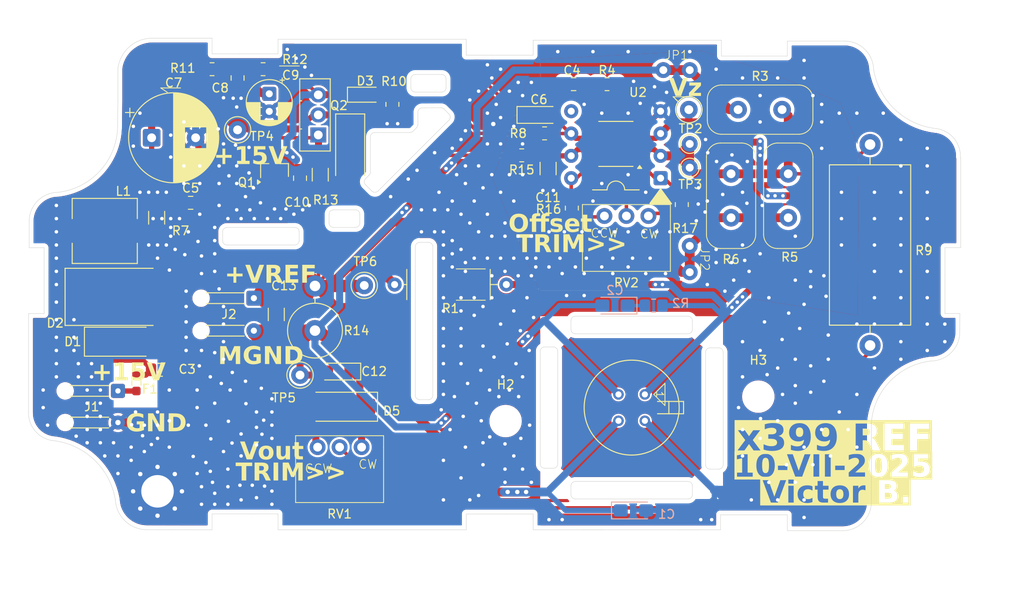
<source format=kicad_pcb>
(kicad_pcb (version 20241229) (generator "pcbnew") (generator_version "9.0")
  (title_block (date "10-VII-2025") (rev "0"))
  (layers (0 "F.Cu" signal) (2 "B.Cu" signal) (13 "F.Paste" user) (15 "B.Paste" user) (5 "F.SilkS" user "F.Silkscreen") (7 "B.SilkS" user "B.Silkscreen") (1 "F.Mask" user) (3 "B.Mask" user) (25 "Edge.Cuts" user))
  (net 0 "")
  (net 1 "+10VREF")
  (net 2 "Earth")
  (net 3 "Net-(C2-Pad1)")
  (net 4 "Net-(U2A--)")
  (net 5 "Net-(C4-Pad2)")
  (net 6 "Net-(D4-K)")
  (net 7 "Net-(D3-K)")
  (net 8 "Net-(C4-Pad1)")
  (net 9 "Net-(C8-Pad2)")
  (net 10 "Net-(Q1-B)")
  (net 11 "Net-(U2B-V+)")
  (net 12 "Net-(D3-A)")
  (net 13 "Net-(J1-Pin_1)")
  (net 14 "Net-(JP1-B)")
  (net 15 "Net-(JP2-A)")
  (net 16 "Net-(L1-Pad2)")
  (net 17 "Net-(U2A-+)")
  (net 18 "Net-(R9-Pad2)")
  (net 19 "Net-(R16-Pad1)")
  (net 20 "Net-(R16-Pad2)")
  (net 21 "Net-(R17-Pad1)")
  (net 22 "Net-(R17-Pad2)")
  (net 24 "Net-(D1-K)")
  (net 26 "MGND")
  (footprint "Resistor_SMD:R_0603_1608Metric_Pad0.98x0.95mm_HandSolder" (layer "F.Cu") (at 55.731352 106.567477 90)
    (property "Reference" "F1")
    (property "Value" "0ZCM0010FF2G" (hide yes))
  )
  (footprint "TestPoint:TestPoint_THTPad_D1.8mm_Drill0.9mm" (layer "F.Cu") (at 118.631352 82.067477)
    (property "Reference" "TP3")
    (property "Value" "Inv")
  )
  (footprint "Package_TO_SOT_THT:TO-126-3_Vertical" (layer "F.Cu") (at 76.406352 78.347477 90)
    (property "Reference" "Q2")
    (property "Value" "2SD882")
  )
  (footprint "Diode_SMD:D_SMA_Handsoldering" (layer "F.Cu") (at 54.331352 101.867477)
    (property "Reference" "D1")
    (property "Value" "SS34A")
  )
  (footprint "Package_TO_SOT_THT:Analog_TO-46-4_ThermalShield_balanced pins" (layer "F.Cu") (at 113.531352 107.867477 -90)
    (property "Reference" "U1" (hide yes))
    (property "Value" "LM399" (hide yes))
  )
  (footprint "Connector_Wire:SolderWire-0.1sqmm_1x02_P3.6mm_D0.4mm_OD1mm_Relief" (layer "F.Cu") (at 53.631352 107.467477 -90)
    (property "Reference" "J1")
    (property "Value" "+15V")
  )
  (footprint "Capacitor_SMD:C_0805_2012Metric_Pad1.18x1.45mm_HandSolder" (layer "F.Cu") (at 61.893852 86.067477)
    (property "Reference" "C5")
    (property "Value" "1u")
  )
  (footprint "Diode_SMD:D_SMB-SMC_Universal_Handsoldering" (layer "F.Cu") (at 53.231352 96.767477)
    (property "Reference" "D2")
    (property "Value" "SMCJ18A")
  )
  (footprint "Capacitor_SMD:C_1206_3216Metric_Pad1.33x1.80mm_HandSolder" (layer "F.Cu") (at 71.631352 98.767477 -90)
    (property "Reference" "C13")
    (property "Value" "100n\nNP0")
  )
  (footprint "Resistor_THT:R_Axial_DIN0617_L17.0mm_D6.0mm_P5.08mm_Vertical" (layer "F.Cu") (at 76.031352 100.607477 90)
    (property "Reference" "R14")
    (property "Value" "680R\n3W")
  )
  (footprint "Resistor_THT:R_Axial_DIN0918_L18.0mm_D9.0mm_P22.86mm_Horizontal" (layer "F.Cu") (at 139.131352 79.437477 -90)
    (property "Reference" "R9")
    (property "Value" "Calc")
  )
  (footprint "Resistor_SMD:R_0805_2012Metric_Pad1.20x1.40mm_HandSolder" (layer "F.Cu") (at 117.731352 86.267477 -90)
    (property "Reference" "R17")
    (property "Value" "10k")
  )
  (footprint "Capacitor_SMD:C_0805_2012Metric_Pad1.18x1.45mm_HandSolder" (layer "F.Cu") (at 58.431352 105.067477)
    (property "Reference" "C3")
    (property "Value" "1u")
  )
  (footprint "Resistor_SMD:R_1206_3216Metric_Pad1.30x1.75mm_HandSolder" (layer "F.Cu") (at 58.031352 87.767477 90)
    (property "Reference" "R7")
    (property "Value" "6R2")
  )
  (footprint "Package_DIP:DIP-8_W7.62mm_PLUS SOIC" (layer "F.Cu") (at 114.047034 83.264977 180)
    (property "Reference" "U2")
    (property "Value" "OP07")
  )
  (footprint "Resistor_THT:S5-61" (layer "F.Cu") (at 123.331352 85.267477 -90)
    (property "Reference" "R6")
    (property "Value" "9k09")
  )
  (footprint "MountingHole:MountingHole_3.7mm_Pad_Via" (layer "F.Cu") (at 58.131352 118.892477 180)
    (property "Reference" "H1" (hide yes))
    (property "Value" "d=3.7")
  )
  (footprint "Resistor_SMD:R_0805_2012Metric_Pad1.20x1.40mm_HandSolder" (layer "F.Cu") (at 84.831352 74.867477 90)
    (property "Reference" "R10")
    (property "Value" "10k")
  )
  (footprint "Resistor_SMD:R_1206_3216Metric_Pad1.30x1.75mm_HandSolder" (layer "F.Cu") (at 76.631352 82.867477 90)
    (property "Reference" "R13")
    (property "Value" "6R2")
  )
  (footprint "Capacitor_SMD:C_0805_2012Metric_Pad1.18x1.45mm_HandSolder" (layer "F.Cu") (at 105.431352 72.567477 180)
    (property "Reference" "C4")
    (property "Value" "100p")
  )
  (footprint "Inductor_SMD:L_7.3x7.3_H4.5_Handsoldering" (layer "F.Cu") (at 52.131352 89.267477)
    (property "Reference" "L1")
    (property "Value" "1mH")
  )
  (footprint "Capacitor_SMD:C_0805_2012Metric_Pad1.18x1.45mm_HandSolder" (layer "F.Cu") (at 67.231352 71.867477 90)
    (property "Reference" "C8")
    (property "Value" "1u")
  )
  (footprint "Resistor_THT:S5-61" (layer "F.Cu") (at 126.631352 75.467477)
    (property "Reference" "R3")
    (property "Value" "10k4")
  )
  (footprint "TestPoint:TestPoint_Loop_D2.50mm_Drill1.0mm" (layer "F.Cu") (at 81.631352 95.467477 -90)
    (property "Reference" "TP6")
    (property "Value" "10Vref")
  )
  (footprint "Capacitor_THT:CP_Radial_D5.0mm_P2.00mm" (layer "F.Cu") (at 70.831352 73.667477 -90)
    (property "Reference" "C9")
    (property "Value" "100u 16V")
  )
  (footprint "Resistor_THT:R_Axial_DIN0309_L9.0mm_D3.2mm_P12.70mm_Horizontal" (layer "F.Cu") (at 97.781352 95.367477 180)
    (property "Reference" "R1")
    (property "Value" "3k")
  )
  (footprint "Capacitor_Tantalum_SMD:CP_EIA-3216-18_Kemet-A_HandSolder" (layer "F.Cu") (at 78.731352 105.267477 180)
    (property "Reference" "C12")
    (property "Value" "1u\n16V")
  )
  (footprint "MountingHole:MountingHole_3.2mm_M3" (layer "F.Cu") (at 97.7 110.9)
    (property "Reference" "H2")
    (property "Value" "Hole for reference cap")
  )
  (footprint "Resistor_SMD:R_0805_2012Metric_Pad1.20x1.40mm_HandSolder" (layer "F.Cu") (at 64.331352 70.867477 180)
    (property "Reference" "R11")
    (property "Value" "3k")
  )
  (footprint "Potentiometer_THT:Potentiometer_Soviet_SP5-2VB" (layer "F.Cu") (at 76.331352 113.867477 180)
    (property "Reference" "RV1")
    (property "Value" "10k")
  )
  (footprint "Resistor_SMD:R_0805_2012Metric_Pad1.20x1.40mm_HandSolder" (layer "F.Cu") (at 105.231352 86.667477 -90)
    (property "Reference" "R16")
    (property "Value" "10k")
  )
  (footprint "Jumper:Joined holes D=1.8 Dh=0.9 P=3mm" (layer "F.Cu") (at 117.131352 70.967477)
    (property "Reference" "JP1")
    (property "Value" "~")
  )
  (footprint "Potentiometer_THT:Potentiometer_Soviet_SP5-2VB" (layer "F.Cu") (at 108.931352 87.567477 180)
    (property "Reference" "RV2")
    (property "Value" "1k")
  )
  (footprint "Diode_SMD:D_SOD-323_HandSoldering" (layer "F.Cu") (at 81.731352 73.767477)
    (property "Reference" "D3")
    (property "Value" "BZX384B5V6")
  )
  (footprint "Diode_SMD:D_SMA_Handsoldering" (layer "F.Cu") (at 78.631352 109.267477 180)
    (property "Reference" "D5")
    (property "Value" "SS34A")
  )
  (footprint "Capacitor_Tantalum_SMD:CP_EIA-3216-18_Kemet-A_HandSolder" (layer "F.Cu") (at 101.491352 76.067477)
    (property "Reference" "C6")
    (property "Value" "1u\n16V" (hide yes))
  )
  (footprint "Diode_SMD:D_SMA_Handsoldering" (layer "F.Cu") (at 80.031352 80.467477 -90)
    (property "Reference" "D4" (hide yes))
    (property "Value" "SS34A")
  )
  (footprint "Capacitor_THT:CP_Radial_D10.0mm_P5.00mm" (layer "F.Cu") (at 57.463675 78.667477)
    (property "Reference" "C7")
    (property "Value" "1000u")
  )
  (footprint "Resistor_SMD:R_0805_2012Metric_Pad1.20x1.40mm_HandSolder" (layer "F.Cu") (at 102.131352 78.167477 180)
    (property "Reference" "R8")
    (property "Value" "220R" (hide yes))
  )
  (footprint "Jumper:Joined holes D=1.8 Dh=0.9 P=3mm" (layer "F.Cu") (at 118.631352 92.467477 -90)
    (property "Reference" "JP2")
    (property "Value" "~")
  )
  (footprint "Capacitor_SMD:C_1206_3216Metric_Pad1.33x1.80mm_HandSolder" (layer "F.Cu") (at 102.531352 82.167477 -90)
    (property "Reference" "C11")
    (property "Value" "100n")
  )
  (footprint "Connector_Wire:SolderWire-0.127sqmm_1x02_P3.7mm_D0.48mm_OD1mm_Relief" (layer "F.Cu") (at 69.081352 96.917477 -90)
    (property "Reference" "J2")
    (property "Value" "10Vref")
  )
  (footprint "TestPoint:TestPoint_Loop_D2.50mm_Drill1.0mm" (layer "F.Cu") (at 67.231352 77.767477)
    (property "Reference" "TP4")
    (property "Value" "+15 V")
  )
  (footprint "TestPoint:TestPoint_Loop_D2.50mm_Drill1.0mm" (layer "F.Cu") (at 74.331352 105.667477)
    (property "Reference" "TP5")
    (property "Value" "MGND")
  )
  (footprint "Capacitor_SMD:C_0805_2012Metric_Pad1.18x1.45mm_HandSolder" (layer "F.Cu") (at 74.331352 83.267477 -90)
    (property "Reference" "C10")
    (property "Value" "100p")
  )
  (footprint "NetTie:NetTie-2_SMD_Pad2.0mm" (layer "F.Cu") (at 71.731352 102.767477 90)
    (property "Reference" "NT1" (hide yes))
    (property "Value" "~" (hide yes))
  )
  (footprint "Resistor_SMD:R_0805_2012Metric_Pad1.20x1.40mm_HandSolder" (layer "F.Cu") (at 70.131352 70.867477 180)
    (property "Reference" "R12")
    (property "Value" "300R")
  )
  (footprint "MountingHole:MountingHole_3.2mm_M3" (layer "F.Cu") (at 126.431353 108.117477)
    (property "Reference" "H3")
    (property "Value" "Hole for reference cap")
  )
  (footprint "TestPoint:TestPoint_Loop_D2.50mm_Drill1.0mm" (layer "F.Cu") (at 118.531352 75.467477)
    (property "Reference" "TP1" (hide yes))
    (property "Value" "Vz")
  )
  (footprint "Resistor_SMD:R_0805_2012Metric_Pad1.20x1.40mm_HandSolder" (layer "F.Cu") (at 109.231352 72.567477 180)
    (property "Reference" "R4")
    (property "Value" "47k")
  )
  (footprint "Resistor_SMD:R_0805_2012Metric_Pad1.20x1.40mm_HandSolder" (layer "F.Cu") (at 99.531352 80.667477 180)
    (property "Reference" "R15")
    (property "Value" "2R2")
  )
  (footprint "TestPoint:TestPoint_THTPad_D1.8mm_Drill0.9mm" (layer "F.Cu") (at 118.631352 79.367477)
    (property "Reference" "TP2")
    (property "Value" "Inv")
  )
  (footprint "Resistor_THT:S5-61" (layer "F.Cu") (at 129.831352 85.267477 -90)
    (property "Reference" "R5")
    (property "Value" "9k09")
  )
  (footprint "Package_TO_SOT_SMD:SOT-23_Handsoldering" (layer "F.Cu") (at 71.431352 82.367477 90)
    (property "Reference" "Q1")
    (property "Value" "MMBT3904")
  )
  (footprint "Capacitor_Tantalum_SMD:CP_EIA-3216-18_Kemet-A_HandSolder" (layer "B.Cu") (at 110.131352 97.767477 180)
    (property "Reference" "C2")
    (property "Value" "1u\n16V")
  )
  (footprint "Capacitor_Tantalum_SMD:CP_EIA-3216-18_Kemet-A_HandSolder" (layer "B.Cu") (at 112.231352 121.067477)
    (property "Reference" "C1")
    (property "Value" "1u\n16V")
  )
  (footprint "Resistor_SMD:R_0805_2012Metric_Pad1.20x1.40mm_HandSolder" (layer "B.Cu") (at 114.531352 97.767477)
    (property "Reference" "R2")
    (property "Value" "5R1")
  )
  (gr_line (start 116.75 74) (end 118.25 74) (stroke (width 0.1)) (layer "F.SilkS"))
  (gr_line (start 58.5 73) (end 59.25 73.5) (stroke (width 0.1)) (layer "F.SilkS"))
  (gr_line (start 117.25 74.5) (end 116.75 74) (stroke (width 0.1)) (layer "F.SilkS"))
  (gr_line (start 72 70.5) (end 74.25 70.5) (stroke (width 0.1)) (layer "F.SilkS"))
  (gr_line (start 60.75 73) (end 58.5 73) (stroke (width 0.1)) (layer "F.SilkS"))
  (gr_line (start 116.75 74) (end 117.25 74.5) (stroke (width 0.1)) (layer "F.SilkS"))
  (gr_line (start 103.131352 116.267478) (end 102.131352 116.267477) (stroke (width 0.05)) (layer "Edge.Cuts"))
  (gr_line (start 87.431352 107.967477) (end 87.431352 91.067477) (stroke (width 0.05)) (layer "Edge.Cuts"))
  (gr_line (start 103.631352 102.967478) (end 103.631352 115.767478) (stroke (width 0.05)) (layer "Edge.Cuts"))
  (gr_line (start 53.590395 77.373034) (end 53.631352 74.467477) (stroke (width 0.05)) (layer "Edge.Cuts"))
  (gr_line (start 129.731352 121.574713) (end 126.631352 121.574713) (stroke (width 0.05)) (layer "Edge.Cuts"))
  (gr_line (start 126.631352 121.574713) (end 122.131352 121.574713) (stroke (width 0.05)) (layer "Edge.Cuts"))
  (gr_line (start 82.492012 84.728137) (end 81.784905 84.02103) (stroke (width 0.05)) (layer "Edge.Cuts"))
  (gr_arc (start 101.631351 102.967477) (mid 101.777798 102.613924) (end 102.131351 102.467477) (stroke (width 0.05)) (layer "Edge.Cuts"))
  (gr_line (start 105.131352 100.467477) (end 105.131352 99.467477) (stroke (width 0.05)) (layer "Edge.Cuts"))
  (gr_line (start 100.831352 69.267477) (end 100.831352 67.567477) (stroke (width 0.05)) (layer "Edge.Cuts"))
  (gr_line (start 97.731352 121.474713) (end 93.231352 121.474713) (stroke (width 0.05)) (layer "Edge.Cuts"))
  (gr_line (start 91.260137 76.667119) (end 83.199119 84.728137) (stroke (width 0.05)) (layer "Edge.Cuts"))
  (gr_arc (start 120.431351 103.067477) (mid 120.577798 102.713923) (end 120.931352 102.567477) (stroke (width 0.05)) (layer "Edge.Cuts"))
  (gr_line (start 149.431352 91.167477) (end 147.645823 91.167477) (stroke (width 0.05)) (layer "Edge.Cuts"))
  (gr_arc (start 86.931352 71.967477) (mid 87.077799 71.613924) (end 87.431352 71.467477) (stroke (width 0.05)) (layer "Edge.Cuts"))
  (gr_line (start 100.831352 121.474713) (end 97.731352 121.474713) (stroke (width 0.05)) (layer "Edge.Cuts"))
  (gr_line (start 93.231352 123.267477) (end 71.831352 123.267477) (stroke (width 0.05)) (layer "Edge.Cuts"))
  (gr_line (start 61.931352 123.267477) (end 56.917933 123.255316) (stroke (width 0.05)) (layer "Edge.Cuts"))
  (gr_line (start 45.237936 98.673651) (end 45.237936 95.573651) (stroke (width 0.05)) (layer "Edge.Cuts"))
  (gr_line (start 87.731352 77.16037) (end 87.731352 75.764902) (stroke (width 0.05)) (layer "Edge.Cuts"))
  (gr_line (start 64.331352 69.121085) (end 67.431352 69.121085) (stroke (width 0.05)) (layer "Edge.Cuts"))
  (gr_line (start 86.824245 78.067477) (end 82.831352 78.067477) (stroke (width 0.05)) (layer "Edge.Cuts"))
  (gr_line (start 129.731352 69.367477) (end 129.731352 67.667477) (stroke (width 0.05)) (layer "Edge.Cuts"))
  (gr_line (start 87.931352 90.567477) (end 88.931352 90.567477) (stroke (width 0.05)) (layer "Edge.Cuts"))
  (gr_line (start 74.231352 89.367477) (end 74.231352 90.367477) (stroke (width 0.05)) (layer "Edge.Cuts"))
  (gr_arc (start 74.231352 90.367477) (mid 74.084905 90.72103) (end 73.731352 90.867477) (stroke (width 0.05)) (layer "Edge.Cuts"))
  (gr_line (start 149.402414 80.863116) (end 149.431352 80.967477) (stroke (width 0.05)) (layer "Edge.Cuts"))
  (gr_line (start 100.831352 123.260242) (end 100.831352 121.474713) (stroke (width 0.05)) (layer "Edge.Cuts"))
  (gr_line (start 81.784906 83.313923) (end 82.184906 82.913923) (stroke (width 0.05)) (layer "Edge.Cuts"))
  (gr_arc (start 87.731352 75.764902) (mid 87.876878 75.412247) (end 88.22877 75.264908) (stroke (width 0.05)) (layer "Edge.Cuts"))
  (gr_line (start 64.331352 67.335556) (end 64.331352 69.121085) (stroke (width 0.05)) (layer "Edge.Cuts"))
  (gr_line (start 93.231352 121.474713) (end 93.231352 123.267477) (stroke (width 0.05)) (layer "Edge.Cuts"))
  (gr_arc (start 81.784905 84.02103) (mid 81.638457 83.667476) (end 81.784906 83.313923) (stroke (width 0.05)) (layer "Edge.Cuts"))
  (gr_line (start 105.131352 119.267478) (end 105.131352 118.267477) (stroke (width 0.05)) (layer "Edge.Cuts"))
  (gr_arc (start 90.344411 75.253983) (mid 90.537142 75.291544) (end 90.700547 75.400424) (stroke (width 0.05)) (layer "Edge.Cuts"))
  (gr_line (start 71.831352 123.267477) (end 71.831352 121.467477) (stroke (width 0.05)) (layer "Edge.Cuts"))
  (gr_arc (start 118.931352 119.267477) (mid 118.784906 119.621031) (end 118.431352 119.767477) (stroke (width 0.05)) (layer "Edge.Cuts"))
  (gr_arc (start 87.431352 91.067477) (mid 87.577799 90.713924) (end 87.931352 90.567477) (stroke (width 0.05)) (layer "Edge.Cuts"))
  (gr_arc (start 46.154594 113.109148) (mid 50.892758 115.270508) (end 53.33794 119.868633) (stroke (width 0.05)) (layer "Edge.Cuts"))
  (gr_arc (start 87.431352 73.467477) (mid 87.077799 73.32103) (end 86.931352 72.967477) (stroke (width 0.05)) (layer "Edge.Cuts"))
  (gr_line (start 73.731352 90.867477) (end 66.031352 90.867477) (stroke (width 0.05)) (layer "Edge.Cuts"))
  (gr_arc (start 146.714704 77.62871) (mid 148.671221 78.736369) (end 149.402414 80.862451) (stroke (width 0.05)) (layer "Edge.Cuts"))
  (gr_line (start 81.131352 87.367477) (end 81.131352 88.367477) (stroke (width 0.05)) (layer "Edge.Cuts"))
  (gr_line (start 139.281579 111.090162) (end 139.281579 120.11725) (stroke (width 0.05)) (layer "Edge.Cuts"))
  (gr_arc (start 118.431353 117.767477) (mid 118.784906 117.913924) (end 118.931353 118.267477) (stroke (width 0.05)) (layer "Edge.Cuts"))
  (gr_line (start 93.231352 67.467477) (end 93.231352 69.267477) (stroke (width 0.05)) (layer "Edge.Cuts"))
  (gr_arc (start 81.131352 88.367477) (mid 80.984905 88.72103) (end 80.631352 88.867477) (stroke (width 0.05)) (layer "Edge.Cuts"))
  (gr_arc (start 90.931352 72.967477) (mid 90.784905 73.32103) (end 90.431352 73.467477) (stroke (width 0.05)) (layer "Edge.Cuts"))
  (gr_line (start 122.431352 103.067477) (end 122.431352 115.867478) (stroke (width 0.05)) (layer "Edge.Cuts"))
  (gr_line (start 80.631352 88.867477) (end 78.131352 88.867477) (stroke (width 0.05)) (layer "Edge.Cuts"))
  (gr_line (start 77.631352 88.367477) (end 77.631352 87.367477) (stroke (width 0.05)) (layer "Edge.Cuts"))
  (gr_arc (start 105.631353 100.967477) (mid 105.277799 100.821031) (end 105.131352 100.467477) (stroke (width 0.05)) (layer "Edge.Cuts"))
  (gr_arc (start 53.590395 77.373034) (mid 51.625725 82.394104) (end 46.837936 84.873651) (stroke (width 0.05)) (layer "Edge.Cuts"))
  (gr_line (start 125.331352 69.367477) (end 129.731352 69.367477) (stroke (width 0.05)) (layer "Edge.Cuts"))
  (gr_line (start 105.631353 117.767477) (end 118.431353 117.767477) (stroke (width 0.05)) (layer "Edge.Cuts"))
  (gr_line (start 122.231352 67.567477) (end 122.231352 69.367477) (stroke (width 0.05)) (layer "Edge.Cuts"))
  (gr_arc (start 149.331352 100.767477) (mid 148.364804 103.100929) (end 146.031352 104.067477) (stroke (width 0.05)) (layer "Edge.Cuts"))
  (gr_line (start 122.231352 69.367477) (end 125.331352 69.367477) (stroke (width 0.05)) (layer "Edge.Cuts"))
  (gr_line (start 71.831352 69.121085) (end 71.831352 67.467477) (stroke (width 0.05)) (layer "Edge.Cuts"))
  (gr_line (start 88.22877 75.264908) (end 90.344411 75.253983) (stroke (width 0.05)) (layer "Edge.Cuts"))
  (gr_line (start 90.700547 75.400424) (end 91.260136 75.960013) (stroke (width 0.05)) (layer "Edge.Cuts"))
  (gr_line (start 65.531352 90.367477) (end 65.531352 89.367477) (stroke (width 0.05)) (layer "Edge.Cuts"))
  (gr_line (start 147.645823 98.667477) (end 149.345823 98.667477) (stroke (width 0.05)) (layer "Edge.Cuts"))
  (gr_arc (start 65.531352 89.367477) (mid 65.677799 89.013924) (end 66.031352 88.867477) (stroke (width 0.05)) (layer "Edge.Cuts"))
  (gr_arc (start 103.131352 102.467477) (mid 103.484906 102.613924) (end 103.631352 102.967478) (stroke (width 0.05)) (layer "Edge.Cuts"))
  (gr_line (start 136.031352 123.367504) (end 129.731352 123.367477) (stroke (width 0.05)) (layer "Edge.Cuts"))
  (gr_arc (start 53.631352 70.767477) (mid 54.933849 68.315701) (end 57.531352 67.335556) (stroke (width 0.05)) (layer "Edge.Cuts"))
  (gr_arc (start 46.154588 113.109193) (mid 44.198071 112.001534) (end 43.466878 109.875452) (stroke (width 0.05)) (layer "Edge.Cuts"))
  (gr_line (start 87.431352 71.467477) (end 90.431352 71.467477) (stroke (width 0.05)) (layer "Edge.Cuts"))
  (gr_line (start 118.431351 100.967477) (end 105.631353 100.967477) (stroke (width 0.05)) (layer "Edge.Cuts"))
  (gr_line (start 118.931352 99.467477) (end 118.931352 100.467477) (stroke (width 0.05)) (layer "Edge.Cuts"))
  (gr_arc (start 136.231352 67.667477) (mid 138.530248 68.599377) (end 139.531352 70.868992) (stroke (width 0.05)) (layer "Edge.Cuts"))
  (gr_line (start 88.931352 108.467477) (end 87.931352 108.467477) (stroke (width 0.05)) (layer "Edge.Cuts"))
  (gr_line (start 89.431352 91.067477) (end 89.431352 107.967477) (stroke (width 0.05)) (layer "Edge.Cuts"))
  (gr_line (start 96.331352 69.267477) (end 100.831352 69.267477) (stroke (width 0.05)) (layer "Edge.Cuts"))
  (gr_line (start 102.131351 102.467477) (end 103.131352 102.467477) (stroke (width 0.05)) (layer "Edge.Cuts"))
  (gr_arc (start 103.631352 115.767478) (mid 103.484905 116.121031) (end 103.131352 116.267478) (stroke (width 0.05)) (layer "Edge.Cuts"))
  (gr_line (start 129.731352 67.667477) (end 136.231352 67.667477) (stroke (width 0.05)) (layer "Edge.Cuts"))
  (gr_line (start 64.331352 121.467477) (end 64.331352 123.267477) (stroke (width 0.05)) (layer "Edge.Cuts"))
  (gr_line (start 86.931352 72.967477) (end 86.931352 71.967477) (stroke (width 0.05)) (layer "Edge.Cuts"))
  (gr_line (start 105.631352 98.967477) (end 118.431352 98.967477) (stroke (width 0.05)) (layer "Edge.Cuts"))
  (gr_line (start 129.731352 123.360242) (end 129.731352 121.574713) (stroke (width 0.05)) (layer "Edge.Cuts"))
  (gr_line (start 120.931352 102.567477) (end 121.931352 102.567477) (stroke (width 0.05)) (layer "Edge.Cuts"))
  (gr_line (start 87.177799 77.92103) (end 87.584906 77.513923) (stroke (width 0.05)) (layer "Edge.Cuts"))
  (gr_line (start 122.131352 121.574713) (end 122.131352 123.274713) (stroke (width 0.05)) (layer "Edge.Cuts"))
  (gr_arc (start 82.331352 78.567477) (mid 82.477799 78.213924) (end 82.831352 78.067477) (stroke (width 0.05)) (layer "Edge.Cuts"))
  (gr_line (start 147.645823 91.167477) (end 147.645823 94.267477) (stroke (width 0.05)) (layer "Edge.Cuts"))
  (gr_arc (start 122.431352 115.867478) (mid 122.284905 116.221031) (end 121.931352 116.367478) (stroke (width 0.05)) (layer "Edge.Cuts"))
  (gr_line (start 122.131352 123.274713) (end 100.831352 123.267477) (stroke (width 0.05)) (layer "Edge.Cuts"))
  (gr_arc (start 105.131352 118.267477) (mid 105.277799 117.913923) (end 105.631353 117.767477) (stroke (width 0.05)) (layer "Edge.Cuts"))
  (gr_line (start 82.331352 78.567477) (end 82.331352 82.56037) (stroke (width 0.05)) (layer "Edge.Cuts"))
  (gr_arc (start 90.431352 71.467477) (mid 90.784905 71.613924) (end 90.931352 71.967477) (stroke (width 0.05)) (layer "Edge.Cuts"))
  (gr_arc (start 89.431352 107.967477) (mid 89.284905 108.32103) (end 88.931352 108.467477) (stroke (width 0.05)) (layer "Edge.Cuts"))
  (gr_line (start 78.131352 86.867477) (end 80.631352 86.867477) (stroke (width 0.05)) (layer "Edge.Cuts"))
  (gr_arc (start 121.931352 102.567477) (mid 122.284905 102.713924) (end 122.431352 103.067477) (stroke (width 0.05)) (layer "Edge.Cuts"))
  (gr_line (start 43.537936 91.173651) (end 43.537936 88.173651) (stroke (width 0.05)) (layer "Edge.Cuts"))
  (gr_line (start 71.831352 121.467477) (end 68.731352 121.467477) (stroke (width 0.05)) (layer "Edge.Cuts"))
  (gr_arc (start 91.260136 75.960013) (mid 91.406581 76.313569) (end 91.260137 76.667119) (stroke (width 0.05)) (layer "Edge.Cuts"))
  (gr_line (start 149.431352 80.967477) (end 149.431352 91.167477) (stroke (width 0.05)) (layer "Edge.Cuts"))
  (gr_line (start 45.237936 91.173651) (end 43.537936 91.173651) (stroke (width 0.05)) (layer "Edge.Cuts"))
  (gr_line (start 43.466878 98.673651) (end 45.237936 98.673651) (stroke (width 0.05)) (layer "Edge.Cuts"))
  (gr_arc (start 43.537936 88.173651) (mid 44.504484 85.840199) (end 46.837936 84.873651) (stroke (width 0.05)) (layer "Edge.Cuts"))
  (gr_arc (start 105.131352 99.467477) (mid 105.277798 99.113923) (end 105.631352 98.967477) (stroke (width 0.05)) (layer "Edge.Cuts"))
  (gr_line (start 90.931352 71.967477) (end 90.931352 72.967477) (stroke (width 0.05)) (layer "Edge.Cuts"))
  (gr_arc (start 87.931352 108.467477) (mid 87.577799 108.32103) (end 87.431352 107.967477) (stroke (width 0.05)) (layer "Edge.Cuts"))
  (gr_line (start 43.466878 109.875488) (end 43.466878 98.673651) (stroke (width 0.05)) (layer "Edge.Cuts"))
  (gr_line (start 45.237936 95.573651) (end 45.237936 91.173651) (stroke (width 0.05)) (layer "Edge.Cuts"))
  (gr_arc (start 87.177799 77.92103) (mid 87.015587 78.029414) (end 86.824245 78.067477) (stroke (width 0.05)) (layer "Edge.Cuts"))
  (gr_arc (start 118.931352 100.467477) (mid 118.784905 100.821031) (end 118.431351 100.967477) (stroke (width 0.05)) (layer "Edge.Cuts"))
  (gr_arc (start 105.631352 119.767478) (mid 105.277799 119.621031) (end 105.131352 119.267478) (stroke (width 0.05)) (layer "Edge.Cuts"))
  (gr_line (start 68.731352 121.467477) (end 64.331352 121.467477) (stroke (width 0.05)) (layer "Edge.Cuts"))
  (gr_arc (start 139.281579 111.09016) (mid 141.399858 106.371045) (end 146.031352 104.067477) (stroke (width 0.05)) (layer "Edge.Cuts"))
  (gr_arc (start 118.431352 98.967477) (mid 118.784905 99.113924) (end 118.931352 99.467477) (stroke (width 0.05)) (layer "Edge.Cuts"))
  (gr_arc (start 77.631352 87.367477) (mid 77.777799 87.013924) (end 78.131352 86.867477) (stroke (width 0.05)) (layer "Edge.Cuts"))
  (gr_arc (start 87.731352 77.16037) (mid 87.693292 77.351711) (end 87.584906 77.513923) (stroke (width 0.05)) (layer "Edge.Cuts"))
  (gr_line (start 67.431352 69.121085) (end 71.831352 69.121085) (stroke (width 0.05)) (layer "Edge.Cuts"))
  (gr_arc (start 88.931352 90.567477) (mid 89.284905 90.713924) (end 89.431352 91.067477) (stroke (width 0.05)) (layer "Edge.Cuts"))
  (gr_arc (start 82.331352 82.56037) (mid 82.293292 82.751711) (end 82.184906 82.913923) (stroke (width 0.05)) (layer "Edge.Cuts"))
  (gr_line (start 120.431352 115.867477) (end 120.431351 103.067477) (stroke (width 0.05)) (layer "Edge.Cuts"))
  (gr_line (start 118.431352 119.767477) (end 105.631352 119.767478) (stroke (width 0.05)) (layer "Edge.Cuts"))
  (gr_arc (start 139.281579 120.11725) (mid 138.32961 122.415508) (end 136.031352 123.367477) (stroke (width 0.05)) (layer "Edge.Cuts"))
  (gr_arc (start 73.731352 88.867477) (mid 74.084905 89.013924) (end 74.231352 89.367477) (stroke (width 0.05)) (layer "Edge.Cuts"))
  (gr_arc (start 146.714703 77.62871) (mid 141.976466 75.467268) (end 139.531352 70.868992) (stroke (width 0.05)) (layer "Edge.Cuts"))
  (gr_line (start 121.931352 116.367478) (end 120.931352 116.367477) (stroke (width 0.05)) (layer "Edge.Cuts"))
  (gr_line (start 57.531352 67.335557) (end 64.331352 67.335556) (stroke (width 0.05)) (layer "Edge.Cuts"))
  (gr_arc (start 66.031352 90.867477) (mid 65.677799 90.72103) (end 65.531352 90.367477) (stroke (width 0.05)) (layer "Edge.Cuts"))
  (gr_arc (start 80.631352 86.867477) (mid 80.984905 87.013924) (end 81.131352 87.367477) (stroke (width 0.05)) (layer "Edge.Cuts"))
  (gr_line (start 149.345823 98.667477) (end 149.331352 100.767477) (stroke (width 0.05)) (layer "Edge.Cuts"))
  (gr_arc (start 102.131352 116.267477) (mid 101.777798 116.121031) (end 101.631352 115.767477) (stroke (width 0.05)) (layer "Edge.Cuts"))
  (gr_line (start 100.831352 67.567477) (end 122.231352 67.567477) (stroke (width 0.05)) (layer "Edge.Cuts"))
  (gr_line (start 147.645823 94.267477) (end 147.645823 98.667477) (stroke (width 0.05)) (layer "Edge.Cuts"))
  (gr_line (start 71.831352 67.467477) (end 93.231352 67.467477) (stroke (width 0.05)) (layer "Edge.Cuts"))
  (gr_line (start 53.631352 74.467477) (end 53.631352 70.767477) (stroke (width 0.05)) (layer "Edge.Cuts"))
  (gr_line (start 118.931353 118.267477) (end 118.931352 119.267477) (stroke (width 0.05)) (layer "Edge.Cuts"))
  (gr_line (start 66.031352 88.867477) (end 73.731352 88.867477) (stroke (width 0.05)) (layer "Edge.Cuts"))
  (gr_arc (start 120.931352 116.367477) (mid 120.577799 116.22103) (end 120.431352 115.867477) (stroke (width 0.05)) (layer "Edge.Cuts"))
  (gr_line (start 90.431352 73.467477) (end 87.431352 73.467477) (stroke (width 0.05)) (layer "Edge.Cuts"))
  (gr_arc (start 78.131352 88.867477) (mid 77.777799 88.72103) (end 77.631352 88.367477) (stroke (width 0.05)) (layer "Edge.Cuts"))
  (gr_line (start 93.231352 69.267477) (end 96.331352 69.267477) (stroke (width 0.05)) (layer "Edge.Cuts"))
  (gr_arc (start 83.199119 84.728137) (mid 82.845566 84.874583) (end 82.492012 84.728137) (stroke (width 0.05)) (layer "Edge.Cuts"))
  (gr_arc (start 56.917933 123.255316) (mid 54.453913 122.274512) (end 53.33794 119.868692) (stroke (width 0.05)) (layer "Edge.Cuts"))
  (gr_line (start 61.931352 123.267477) (end 64.331352 123.267477) (stroke (width 0.05)) (layer "Edge.Cuts"))
  (gr_line (start 101.631352 115.767477) (end 101.631351 102.967477) (stroke (width 0.05)) (layer "Edge.Cuts"))
  (gr_text "Vz" (at 116.25 74.25 0) (layer "F.SilkS") (effects (font (size 2 2) (thickness 0.4) (bold yes) (italic yes)) (justify left bottom)))
  (gr_text "TRIM>>" (at 98.91 92.02 0) (layer "F.SilkS") (effects (font (size 2 2) (thickness 0.4) (bold yes) (italic yes)) (justify left bottom)))
  (gr_text "10-VII-2025" (at 123.6 117.65 0) (layer "F.SilkS" knockout) (effects (font (size 2.5 2.5) (thickness 0.4) (bold yes) (italic yes)) (justify left bottom)))
  (gr_text "TRIM>>" (at 67 118 0) (layer "F.SilkS") (effects (font (size 2 2) (thickness 0.4) (bold yes) (italic yes)) (justify left bottom)))
  (gr_text "Vout" (at 67.5 115.6 0) (layer "F.SilkS") (effects (font (size 2 2) (thickness 0.4) (bold yes) (italic yes)) (justify left bottom)))
  (gr_text "Victor B." (at 126.9 120.6 0) (layer "F.SilkS" knockout) (effects (font (size 2.5 2.5) (thickness 0.4) (bold yes) (italic yes)) (justify left bottom)))
  (gr_text "MGND" (at 65 104.75 0) (layer "F.SilkS") (effects (font (size 2 2) (thickness 0.4) (bold yes) (italic yes)) (justify left bottom)))
  (gr_text "x399 REF" (at 124 114.75 0) (layer "F.SilkS" knockout) (effects (font (size 3 3.04) (thickness 0.4) (bold yes) (italic yes)) (justify left bottom)))
  (gr_text "GND" (at 54.5 112.4 0) (layer "F.SilkS") (effects (font (size 2 2) (thickness 0.4) (bold yes) (italic yes)) (justify left bottom)))
  (gr_text "+VREF" (at 65.75 95.5 0) (layer "F.SilkS") (effects (font (size 2 2) (thickness 0.4) (bold yes) (italic yes)) (justify left bottom)))
  (gr_text "+15V" (at 50.656352 106.6 0) (layer "F.SilkS") (effects (font (size 2 2) (thickness 0.4) (bold yes) (italic yes)) (justify left bottom)))
  (gr_text "Offset" (at 98.01 89.72 0) (layer "F.SilkS") (effects (font (size 2 2) (thickness 0.4) (bold yes) (italic yes)) (justify left bottom)))
  (gr_text "+15V" (at 64.5 82 0) (layer "F.SilkS") (effects (font (size 2 2) (thickness 0.4) (bold yes) (italic yes)) (justify left bottom)))
  (segment (start 118.631352 93.967477) (end 118.618352 93.980477) (width 1) (layer "F.Cu") (net 1))
  (segment (start 76.431352 84.417477) (end 78.581352 84.417477) (width 0.8) (layer "F.Cu") (net 1))
  (segment (start 77.671351 95.527478) (end 77.231352 95.527478) (width 1) (layer "F.Cu") (net 1))
  (segment (start 71.631352 97.204977) (end 74.353853 97.204977) (width 1.4) (layer "F.Cu") (net 1))
  (segment (start 98.531352 80.667477) (end 90.891353 80.667477) (width 0.4) (layer "F.Cu") (net 1))
  (segment (start 76.431352 95.127478) (end 76.031352 95.527478) (width 0.4) (layer "F.Cu") (net 1))
  (segment (start 84.931352 88.267477) (end 79.881352 93.317477) (width 1) (layer "F.Cu") (net 1))
  (segment (start 76.431352 84.417477) (end 76.431352 95.127478) (width 0.4) (layer "F.Cu") (net 1))
  (segment (start 96.831352 118.967477) (end 96.231352 118.967477) (width 1) (layer "F.Cu") (net 1))
  (segment (start 91.531352 88.267477) (end 84.931352 88.267477) (width 1) (layer "F.Cu") (net 1))
  (segment (start 81.331352 113.867477) (end 81.331352 109.467477) (width 0.8) (layer "F.Cu") (net 1))
  (segment (start 94.231352 90.967477) (end 91.531352 88.267477) (width 1) (layer "F.Cu") (net 1))
  (segment (start 72.381352 83.867477) (end 72.981352 83.267477) (width 0.4) (layer "F.Cu") (net 1))
  (segment (start 99.031352 118.967477) (end 96.831352 118.967477) (width 1) (layer "F.Cu") (net 1))
  (segment (start 78.471351 97.967477) (end 77.001351 96.497478) (width 1) (layer "F.Cu") (net 1))
  (segment (start 80.171352 99.667479) (end 77.001351 96.497478) (width 0.8) (layer "F.Cu") (net 1))
  (segment (start 81.331352 109.467477) (end 81.131352 109.267477) (width 0.8) (layer "F.Cu") (net 1))
  (segment (start 80.171352 105.267477) (end 80.171352 99.667479) (width 0.8) (layer "F.Cu") (net 1))
  (segment (start 79.931352 93.367477) (end 79.881352 93.317477) (width 1) (layer "F.Cu") (net 1))
  (segment (start 69.081352 96.917477) (end 71.343852 96.917477) (width 1.4) (layer "F.Cu") (net 1))
  (segment (start 90.891353 80.667477) (end 76.031352 95.527478) (width 0.4) (layer "F.Cu") (net 1))
  (segment (start 76.031352 95.527478) (end 77.231352 95.527478) (width 1.4) (layer "F.Cu") (net 1))
  (segment (start 77.231352 95.527478) (end 81.571351 95.527478) (width 1.4) (layer "F.Cu") (net 1))
  (segment (start 71.343852 96.917477) (end 71.631352 97.204977) (width 1.4) (layer "F.Cu") (net 1))
  (segment (start 77.001351 96.497478) (end 76.031352 95.527478) (width 1) (layer "F.Cu") (net 1))
  (segment (start 80.231352 97.967477) (end 78.471351 97.967477) (width 1) (layer "F.Cu") (net 1))
  (segment (start 85.131352 107.867477) (end 85.131352 102.867477) (width 1) (layer "F.Cu") (net 1))
  (segment (start 83.081352 93.367477) (end 79.931352 93.367477) (width 1) (layer "F.Cu") (net 1))
  (segment (start 117.744352 93.980477) (end 114.731352 90.967477) (width 1) (layer "F.Cu") (net 1))
  (segment (start 75.281352 83.267477) (end 76.431352 84.417477) (width 0.4) (layer "F.Cu") (net 1))
  (segment (start 81.571351 95.527478) (end 81.631352 95.467477) (width 1.4) (layer "F.Cu") (net 1))
  (segment (start 74.353853 97.204977) (end 76.031352 95.527478) (width 1.4) (layer "F.Cu") (net 1))
  (segment (start 85.081352 95.367477) (end 83.081352 93.367477) (width 1) (layer "F.Cu") (net 1))
  (segment (start 72.981352 83.267477) (end 75.281352 83.267477) (width 0.4) (layer "F.Cu") (net 1))
  (segment (start 118.618352 93.980477) (end 117.744352 93.980477) (width 1) (layer "F.Cu") (net 1))
  (segment (start 78.581352 84.417477) (end 80.031352 82.967477) (width 0.8) (layer "F.Cu") (net 1))
  (segment (start 114.731352 90.967477) (end 94.231352 90.967477) (width 1) (layer "F.Cu") (net 1))
  (segment (start 96.831352 118.967477) (end 100.031352 118.967477) (width 1) (layer "F.Cu") (net 1))
  (segment (start 96.231352 118.967477) (end 85.131352 107.867477) (width 1) (layer "F.Cu") (net 1))
  (segment (start 81.131352 106.227477) (end 80.171352 105.267477) (width 0.8) (layer "F.Cu") (net 1))
  (segment (start 85.131352 102.867477) (end 80.231352 97.967477) (width 1) (layer "F.Cu") (net 1))
  (segment (start 79.881352 93.317477) (end 77.671351 95.527478) (width 1) (layer "F.Cu") (net 1))
  (segment (start 81.131352 109.267477) (end 81.131352 106.227477) (width 0.8) (layer "F.Cu") (net 1))
  (via (at 100.031352 118.967477) (size 1) (drill 0.5) (layers "F.Cu" "B.Cu") (net 1))
  (via (at 97.931352 118.967477) (size 1) (drill 0.5) (layers "F.Cu" "B.Cu") (net 1))
  (via (at 99.031352 118.967477) (size 1) (drill 0.5) (layers "F.Cu" "B.Cu") (net 1))
  (segment (start 100.031352 118.967477) (end 99.031352 118.967477) (width 1) (layer "B.Cu") (net 1))
  (segment (start 102.431352 118.967477) (end 100.031352 118.967477) (width 1) (layer "B.Cu") (net 1))
  (segment (start 99.031352 118.967477) (end 97.931352 118.967477) (width 1) (layer "B.Cu") (net 1))
  (segment (start 110.591353 110.927478) (end 110.531352 110.867477) (width 0.4) (layer "B.Cu") (net 1))
  (segment (start 110.531352 110.867477) (end 102.431352 118.967477) (width 0.8) (layer "B.Cu") (net 1))
  (segment (start 97.931352 118.967477) (end 97.531352 118.967477) (width 1) (layer "B.Cu") (net 1))
  (segment (start 110.791352 121.067477) (end 104.531352 121.067477) (width 0.6) (layer "B.Cu") (net 1))
  (segment (start 104.531352 121.067477) (end 102.431352 118.967477) (width 0.6) (layer "B.Cu") (net 1))
  (segment (start 67.231352 73.667477) (end 67.231352 72.904977) (width 0.8) (layer "F.Cu") (net 2))
  (segment (start 67.231352 73.767477) (end 67.231352 73.667477) (width 0.8) (layer "F.Cu") (net 2))
  (segment (start 101.931352 84.667477) (end 103.131352 84.667477) (width 0.8) (layer "F.Cu") (net 2))
  (segment (start 84.831352 75.867477) (end 84.831352 76.467477) (width 0.8) (layer "F.Cu") (net 2))
  (segment (start 62.731352 90.467477) (end 62.931352 90.267477) (width 1) (layer "F.Cu") (net 2))
  (segment (start 113.502033 77.459978) (end 115.317034 75.644977) (width 0.6) (layer "F.Cu") (net 2))
  (segment (start 62.931352 87.367477) (end 62.931352 86.067477) (width 1) (layer "F.Cu") (net 2))
  (segment (start 56.831352 101.867477) (end 59.468852 104.504977) (width 1) (layer "F.Cu") (net 2))
  (segment (start 54.931352 111.067477) (end 55.181352 111.317477) (width 1) (layer "F.Cu") (net 2))
  (segment (start 57.431352 113.567477) (end 58.134992 114.271117) (width 1) (layer "F.Cu") (net 2))
  (segment (start 103.131352 84.667477) (end 102.531352 84.067477) (width 0.8) (layer "F.Cu") (net 2))
  (segment (start 85.431352 77.067477) (end 84.831352 76.467477) (width 0.8) (layer "F.Cu") (net 2))
  (segment (start 101.131352 93.367477) (end 102.631352 93.367477) (width 0.2) (layer "F.Cu") (net 2))
  (segment (start 102.531352 84.067477) (end 101.931352 84.667477) (width 0.8) (layer "F.Cu") (net 2))
  (segment (start 56.831352 101.867477) (end 56.831352 97.167477) (width 1) (layer "F.Cu") (net 2))
  (segment (start 66.487731 110.623856) (end 66.487731 109.911099) (width 0.4) (layer "F.Cu") (net 2))
  (segment (start 71.731352 104.767478) (end 71.731352 105.367477) (width 1.4) (layer "F.Cu") (net 2))
  (segment (start 59.468852 115.229977) (end 59.468852 113.867477) (width 1) (layer "F.Cu") (net 2))
  (segment (start 66.187731 110.923856) (end 64.187731 112.923856) (width 1.4) (layer "F.Cu") (net 2))
  (segment (start 71.731352 105.367477) (end 69.931352 107.167477) (width 1.4) (layer "F.Cu") (net 2))
  (segment (start 62.931352 83.867477) (end 62.931352 81.867477) (width 1) (layer "F.Cu") (net 2))
  (segment (start 56.431352 112.567477) (end 57.431352 113.567477) (width 1) (layer "F.Cu") (net 2))
  (segment (start 59.468852 107.367477) (end 59.468852 105.067477) (width 1) (layer "F.Cu") (net 2))
  (segment (start 58.134992 118.976595) (end 58.134992 116.563837) (width 1) (layer "F.Cu") (net 2))
  (segment (start 56.431352 96.767477) (end 59.481352 93.717477) (width 1) (layer "F.Cu") (net 2))
  (segment (start 59.468852 104.504977) (end 59.468852 105.067477) (width 1) (layer "F.Cu") (net 2))
  (segment (start 66.731352 74.167477) (end 67.631352 74.167477) (width 0.8) (layer "F.Cu") (net 2))
  (segment (start 84.831352 76.467477) (end 84.231352 77.067477) (width 0.8) (layer "F.Cu") (net 2))
  (segment (start 59.468852 113.867477) (end 59.468852 110.867477) (width 1) (layer "F.Cu") (net 2))
  (segment (start 56.831352 97.167477) (end 56.431352 96.767477) (width 1) (layer "F.Cu") (net 2))
  (segment (start 84.231352 77.067477) (end 85.431352 77.067477) (width 0.8) (layer "F.Cu") (net 2))
  (segment (start 62.931352 90.267477) (end 62.931352 87.367477) (width 1) (layer "F.Cu") (net 2))
  (segment (start 62.931352 79.135154) (end 62.463675 78.667477) (width 1) (layer "F.Cu") (net 2))
  (segment (start 59.481352 93.717477) (end 61.231352 91.967477) (width 1) (layer "F.Cu") (net 2))
  (segment (start 62.187731 114.923856) (end 58.134992 118.976595) (width 1.4) (layer "F.Cu") (net 2))
  (segment (start 58.134992 116.563837) (end 59.468852 115.229977) (width 1) (layer "F.Cu") (net 2))
  (segment (start 66.487731 110.623856) (end 66.187731 110.923856) (width 1.4) (layer "F.Cu") (net 2))
  (segment (start 58.134992 114.271117) (end 58.134992 116.576595) (width 1) (layer "F.Cu") (net 2))
  (segment (start 66.731352 74.167477) (end 67.231352 73.667477) (width 0.8) (layer "F.Cu") (net 2))
  (segment (start 53.631352 111.067477) (end 54.931352 111.067477) (width 1) (layer "F.Cu") (net 2))
  (segment (start 58.134992 114.271117) (end 58.134992 118.976595) (width 0.6) (layer "F.Cu") (net 2))
  (segment (start 62.931352 81.867477) (end 62.931352 79.135154) (width 1) (layer "F.Cu") (net 2))
  (segment (start 67.631352 74.167477) (end 67.231352 73.767477) (width 0.8) (layer "F.Cu") (net 2))
  (segment (start 67.431352 109.680235) (end 66.487731 110.623856) (width 1.4) (layer "F.Cu") (net 2))
  (segment (start 61.231352 91.967477) (end 62.731352 90.467477) (width 1) (layer "F.Cu") (net 2))
  (segment (start 112.712034 77.459978) (end 113.502033 77.459978) (width 0.6) (layer "F.Cu") (net 2))
  (segment (start 68.181352 108.917477) (end 67.431352 109.667477) (width 1.4) (layer "F.Cu") (net 2))
  (segment (start 62.931352 86.067477) (end 62.931352 83.867477) (width 1) (layer "F.Cu") (net 2))
  (segment (start 64.187731 112.923856) (end 62.187731 114.923856) (width 1.4) (layer "F.Cu") (net 2))
  (segment (start 59.468852 110.867477) (end 59.468852 107.367477) (width 1) (layer "F.Cu") (net 2))
  (segment (start 69.931352 107.167477) (end 68.181352 108.917477) (width 1.4) (layer "F.Cu") (net 2))
  (segment (start 67.431352 109.667477) (end 67.431352 109.680235) (width 1.4) (layer "F.Cu") (net 2))
  (segment (start 55.181352 111.317477) (end 56.431352 112.567477) (width 1) (layer "F.Cu") (net 2))
  (via (at 72.881352 68.617477) (size 0.8) (drill 0.4) (layers "F.Cu" "B.Cu") (net 2))
  (via (at 107.631352 85.867477) (size 0.8) (drill 0.4) (layers "F.Cu" "B.Cu") (net 2))
  (via (at 46.631352 89.367477) (size 0.8) (drill 0.4) (layers "F.Cu" "B.Cu") (net 2))
  (via (at 71.131352 118.867477) (size 0.8) (drill 0.4) (layers "F.Cu" "B.Cu") (net 2))
  (via (at 142.631352 84.867477) (size 0.8) (drill 0.4) (layers "F.Cu" "B.Cu") (net 2))
  (via (at 70.3 118.3) (size 0.8) (drill 0.4) (layers "F.Cu" "B.Cu") (net 2))
  (via (at 66.131352 87.867477) (size 0.8) (drill 0.4) (layers "F.Cu" "B.Cu") (net 2))
  (via (at 67.131352 86.867477) (size 0.8) (drill 0.4) (layers "F.Cu" "B.Cu") (net 2))
  (via (at 104.131352 122.117477) (size 0.8) (drill 0.4) (layers "F.Cu" "B.Cu") (net 2))
  (via (at 129.181353 107.867477) (size 0.8) (drill 0.4) (layers "F.Cu" "B.Cu") (net 2))
  (via (at 90.131352 84.867477) (size 0.8) (drill 0.4) (layers "F.Cu" "B.Cu") (net 2))
  (via (at 118.631352 68.867477) (size 0.8) (drill 0.4) (layers "F.Cu" "B.Cu") (net 2))
  (via (at 48.631352 102.867477) (size 0.8) (drill 0.4) (layers "F.Cu" "B.Cu") (net 2))
  (via (at 59.631352 89.867477) (size 0.8) (drill 0.4) (layers "F.Cu" "B.Cu") (net 2))
  (via (at 103.631352 68.867477) (size 0.8) (drill 0.4) (layers "F.Cu" "B.Cu") (net 2))
  (via (at 60.131352 91.367477) (size 0.8) (drill 0.4) (layers "F.Cu" "B.Cu") (net 2))
  (via (at 71.431352 86.767477) (size 0.8) (drill 0.4) (layers "F.Cu" "B.Cu") (net 2))
  (via (at 95.881352 107.367477) (size 0.8) (drill 0.4) (layers "F.Cu" "B.Cu") (net 2))
  (via (at 115.881352 94.117477) (size 0.8) (drill 0.4) (layers "F.Cu" "B.Cu") (net 2))
  (via (at 132.381352 95.617477) (size 0.8) (drill 0.4) (layers "F.Cu" "B.Cu") (net 2))
  (via (at 139.631352 99.867477) (size 0.8) (drill 0.4) (layers "F.Cu" "B.Cu") (net 2))
  (via (at 102.631352 93.367477) (size 0.8) (drill 0.4) (layers "F.Cu" "B.Cu") (net 2))
  (via (at 90.631352 96.867477) (size 0.8) (drill 0.4) (layers "F.Cu" "B.Cu") (net 2))
  (via (at 97.631352 113.5) (size 0.8) (drill 0.4) (layers "F.Cu" "B.Cu") (net 2))
  (via (at 121.631352 70.867477) (size 0.8) (drill 0.4) (layers "F.Cu" "B.Cu") (net 2))
  (via (at 126.681353 110.617477) (size 0.8) (drill 0.4) (layers "F.Cu" "B.Cu") (net 2))
  (via (at 93.631352 74.367477) (size 0.8) (drill 0.4) (layers "F.Cu" "B.Cu") (net 2))
  (via (at 127.631352 96.867477) (size 0.8) (drill 0.4) (layers "F.Cu" "B.Cu") (net 2))
  (via (at 59.631352 87.867477) (size 0.8) (drill 0.4) (layers "F.Cu" "B.Cu") (net 2))
  (via (at 124.181353 109.367477) (size 0.8) (drill 0.4) (layers "F.Cu" "B.Cu") (net 2))
  (via (at 97.131352 76.367477) (size 0.8) (drill 0.4) (layers "F.Cu" "B.Cu") (net 2))
  (via (at 67.631352 119.867477) (size 0.8) (drill 0.4) (layers "F.Cu" "B.Cu") (net 2))
  (via (at 127.431353 105.617477) (size 0.8) (drill 0.4) (layers "F.Cu" "B.Cu") (net 2))
  (via (at 53.631352 114.867477) (size 0.8) (drill 0.4) (layers "F.Cu" "B.Cu") (net 2))
  (via (at 68.131352 85.367477) (size 0.8) (drill 0.4) (layers "F.Cu" "B.Cu") (net 2))
  (via (at 119.881352 122.117477) (size 0.8) (drill 0.4) (layers "F.Cu" "B.Cu") (net 2))
  (via (at 133.631352 74.867477) (size 0.8) (drill 0.4) (layers "F.Cu" "B.Cu") (net 2))
  (via (at 145.631352 96.867477) (size 0.8) (drill 0.4) (layers "F.Cu" "B.Cu") (net 2))
  (via (at 45.131352 107.367477) (size 0.8) (drill 0.4) (layers "F.Cu" "B.Cu") (net 2))
  (via (at 71.131352 120.367477) (size 0.8) (drill 0.4) (layers "F.Cu" "B.Cu") (net 2))
  (via (at 67 79.5) (size 0.8) (drill 0.4) (layers "F.Cu" "B.Cu") (net 2))
  (via (at 94.131352 85.867477) (size 0.8) (drill 0.4) (layers "F.Cu" "B.Cu") (net 2))
  (via (at 62.731352 90.467477) (size 0.8) (drill 0.4) (layers "F.Cu" "B.Cu") (net 2))
  (via (at 100.631352 89.867477) (size 0.8) (drill 0.4) (layers "F.Cu" "B.Cu") (net 2))
  (via (at 145.631352 87.867477) (size 0.8) (drill 0.4) (layers "F.Cu" "B.Cu") (net 2))
  (via (at 111.631352 82.867477) (size 0.8) (drill 0.4) (layers "F.Cu" "B.Cu") (net 2))
  (via (at 50.131352 111.867477) (size 0.8) (drill 0.4) (layers "F.Cu" "B.Cu") (net 2))
  (via (at 121.131352 122.117477) (size 0.8) (drill 0.4) (layers "F.Cu" "B.Cu") (net 2))
  (via (at 142.631352 93.867477) (size 0.8) (drill 0.4) (layers "F.Cu" "B.Cu") (net 2))
  (via (at 103.131352 84.667477) (size 0.8) (drill 0.4) (layers "F.Cu" "B.Cu") (net 2))
  (via (at 85.431352 77.067477) (size 0.8) (drill 0.4) (layers "F.Cu" "B.Cu") (net 2))
  (via (at 128.631352 119.867477) (size 0.8) (drill 0.4) (layers "F.Cu" "B.Cu") (net 2))
  (via (at 124.631352 101.867477) (size 0.8) (drill 0.4) (layers "F.Cu" "B.Cu") (net 2))
  (via (at 120.631352 85.867477) (size 0.8) (drill 0.4) (layers "F.Cu" "B.Cu") (net 2))
  (via (at 90.631352 98.367477) (size 0.8) (drill 0.4) (layers "F.Cu" "B.Cu") (net 2))
  (via (at 88.131352 89.367477) (size 0.8) (drill 0.4) (layers "F.Cu" "B.Cu") (net 2))
  (via (at 100.631352 94.367477) (size 0.8) (drill 0.4) (layers "F.Cu" "B.Cu") (net 2))
  (via (at 122.381352 85.117477) (size 0.8) (drill 0.4) (layers "F.Cu" "B.Cu") (net 2))
  (via (at 110.131352 89.367477) (size 0.8) (drill 0.4) (layers "F.Cu" "B.Cu") (net 2))
  (via (at 106.881352 92.367477) (size 0.8) (drill 0.4) (layers "F.Cu" "B.Cu") (net 2))
  (via (at 93.631352 119.867477) (size 0.8) (drill 0.4) (layers "F.Cu" "B.Cu") (net 2))
  (via (at 64.631352 120.367477) (size 0.8) (drill 0.4) (layers "F.Cu" "B.Cu") (net 2))
  (via (at 90.631352 90.867477) (size 0.8) (drill 0.4) (layers "F.Cu" "B.Cu") (net 2))
  (via (at 92.631352 91.367477) (size 0.8) (drill 0.4) (layers "F.Cu" "B.Cu") (net 2))
  (via (at 66.187731 110.923856) (size 0.8) (drill 0.4) (layers "F.Cu" "B.Cu") (net 2))
  (via (at 135.631352 75.867477) (size 0.8) (drill 0.4) (layers "F.Cu" "B.Cu") (net 2))
  (via (at 128.631352 110.867477) (size 0.8) (drill 0.4) (layers "F.Cu" "B.Cu") (net 2))
  (via (at 145.631352 99.867477) (size 0.8) (drill 0.4) (layers "F.Cu" "B.Cu") (net 2))
  (via (at 64.631352 90.367477) (size 0.8) (drill 0.4) (layers "F.Cu" "B.Cu") (net 2))
  (via (at 123.381352 92.867477) (size 0.8) (drill 0.4) (layers "F.Cu" "B.Cu") (net 2))
  (via (at 65.381352 106.617477) (size 0.8) (drill 0.4) (layers "F.Cu" "B.Cu") (net 2))
  (via (at 70 112.4) (size 0.8) (drill 0.4) (layers "F.Cu" "B.Cu") (net 2))
  (via (at 55.131352 115.367477) (size 0.8) (drill 0.4) (layers "F.Cu" "B.Cu") (net 2))
  (via (at 102.631352 89.367477) (size 0.8) (drill 0.4) (layers "F.Cu" "B.Cu") (net 2))
  (via (at 106.631352 94.117477) (size 0.8) (drill 0.4) (layers "F.Cu" "B.Cu") (net 2))
  (via (at 94.381352 108.867477) (size 0.8) (drill 0.4) (layers "F.Cu" "B.Cu") (net 2))
  (via (at 95.131352 97.867477) (size 0.8) (drill 0.4) (layers "F.Cu" "B.Cu") (net 2))
  (via (at 119.6 86.21) (size 0.8) (drill 0.4) (layers "F.Cu" "B.Cu") (net 2))
  (via (at 95.631352 75.867477) (size 0.8) (drill 0.4) (layers "F.Cu" "B.Cu") (net 2))
  (via (at 65.631352 97.867477) (size 0.8) (drill 0.4) (layers "F.Cu" "B.Cu") (net 2))
  (via (at 46.631352 95.367477) (size 0.8) (drill 0.4) (layers "F.Cu" "B.Cu") (net 2))
  (via (at 123.631352 94.867477) (size 0.8) (drill 0.4) (layers "F.Cu" "B.Cu") (net 2))
  (via (at 142.631352 81.867477) (size 0.8) (drill 0.4) (layers "F.Cu" "B.Cu") (net 2))
  (via (at 96.131352 71.867477) (size 0.8) (drill 0.4) (layers "F.Cu" "B.Cu") (net 2))
  (via (at 147.631352 99.867477) (size 0.8) (drill 0.4) (layers "F.Cu" "B.Cu") (net 2))
  (via (at 132.381352 104.617477) (size 0.8) (drill 0.4) (layers "F.Cu" "B.Cu") (net 2))
  (via (at 70.2 110.8) (size 0.8) (drill 0.4) (layers "F.Cu" "B.Cu") (net 2))
  (via (at 62.931352 81.867477) (size 0.8) (drill 0.4) (layers "F.Cu" "B.Cu") (net 2))
  (via (at 90.631352 104.367477) (size 0.8) (drill 0.4) (layers "F.Cu" "B.Cu") (net 2))
  (via (at 131.631352 71.867477) (size 0.8) (drill 0.4) (layers "F.Cu" "B.Cu") (net 2))
  (via (at 98.131352 107.367477) (size 0.8) (drill 0.4) (layers "F.Cu" "B.Cu") (net 2))
  (via (at 62.631352 116.867477) (size 0.8) (drill 0.4) (layers "F.Cu" "B.Cu") (net 2))
  (via (at 55.381352 79.617477) (size 0.8) (drill 0.4) (layers "F.Cu" "B.Cu") (net 2))
  (via (at 58.131352 109.867477) (size 0.8) (drill 0.4) (layers "F.Cu" "B.Cu") (net 2))
  (via (at 132.381352 93.867477) (size 0.8) (drill 0.4) (layers "F.Cu" "B.Cu") (net 2))
  (via (at 63.131352 94.117477) (size 0.8) (drill 0.4) (layers "F.Cu" "B.Cu") (net 2))
  (via (at 90.631352 94.367477) (size 0.8) (drill 0.4) (layers "F.Cu" "B.Cu") (net 2))
  (via (at 93.131352 92.867477) (size 0.8) (drill 0.4) (layers "F.Cu" "B.Cu") (net 2))
  (via (at 55.181352 111.317477) (size 0.8) (drill 0.4) (layers "F.Cu" "B.Cu") (net 2))
  (via (at 57.431352 113.567477) (size 0.8) (drill 0.4) (layers "F.Cu" "B.Cu") (net 2))
  (via (at 72.131352 87.867477) (size 0.8) (drill 0.4) (layers "F.Cu" "B.Cu") (net 2))
  (via (at 103.881352 92.367477) (size 0.8) (drill 0.4) (layers "F.Cu" "B.Cu") (net 2))
  (via (at 64.631352 108.867477) (size 0.8) (drill 0.4) (layers "F.Cu" "B.Cu") (net 2))
  (via (at 46.631352 87.867477) (size 0.8) (drill 0.4) (layers "F.Cu" "B.Cu") (net 2))
  (via (at 133.631352 79.867477) (size 0.8) (drill 0.4) (layers "F.Cu" "B.Cu") (net 2))
  (via (at 124.631352 84.867477) (size 0.8) (drill 0.4) (layers "F.Cu" "B.Cu") (net 2))
  (via (at 69.831352 86.067477) (size 0.8) (drill 0.4) (layers "F.Cu" "B.Cu") (net 2))
  (via (at 142.631352 101.867477) (size 0.8) (drill 0.4) (layers "F.Cu" "B.Cu") (net 2))
  (via (at 139.631352 93.867477) (size 0.8) (drill 0.4) (layers "F.Cu" "B.Cu") (net 2))
  (via (at 46.631352 93.867477) (size 0.8) (drill 0.4) (layers "F.Cu" "B.Cu") (net 2))
  (via (at 46.631352 104.367477) (size 0.8) (drill 0.4) (layers "F.Cu" "B.Cu") (net 2))
  (via (at 49.131352 104.367477) (size 0.8) (drill 0.4) (layers "F.Cu" "B.Cu") (net 2))
  (via (at 107.631352 68.867477) (size 0.8) (drill 0.4) (layers "F.Cu" "B.Cu") (net 2))
  (via (at 46.631352 97.367477) (size 0.8) (drill 0.4) (layers "F.Cu" "B.Cu") (net 2))
  (via (at 65.631352 114.367477) (size 0.8) (drill 0.4) (layers "F.Cu" "B.Cu") (net 2))
  (via (at 134.631352 114.867477) (size 0.8) (drill 0.4) (layers "F.Cu" "B.Cu") (net 2))
  (via (at 93.131352 77.867477) (size 0.8) (drill 0.4) (layers "F.Cu" "B.Cu") (net 2))
  (via (at 113.631352 84.867477) (size 0.8) (drill 0.4) (layers "F.Cu" "B.Cu") (net 2))
  (via (at 127.631352 117.867477) (size 0.8) (drill 0.4) (layers "F.Cu" "B.Cu") (net 2))
  (via (at 129.631352 115.867477) (size 0.8) (drill 0.4) (layers "F.Cu" "B.Cu") (net 2))
  (via (at 95.631352 70.367477) (size 0.8) (drill 0.4) (layers "F.Cu" "B.Cu") (net 2))
  (via (at 112.25 72.25) (size 0.8) (drill 0.4) (layers "F.Cu" "B.Cu") (net 2))
  (via (at 63.131352 120.367477) (size 0.8) (drill 0.4) (layers "F.Cu" "B.Cu") (net 2))
  (via (at 59.631352 80.867477) (size 0.8) (drill 0.4) (layers "F.Cu" "B.Cu") (net 2))
  (via (at 99.381352 100.617477) (size 0.8) (drill 0.4) (layers "F.Cu" "B.Cu") (net 2))
  (via (at 56.631352 114.367477) (size 0.8) (drill 0.4) (layers "F.Cu" "B.Cu") (net 2))
  (via (at 67.631352 87.867477) (size 0.8) (drill 0.4) (layers "F.Cu" "B.Cu") (net 2))
  (via (at 130.631352 108.867477) (size 0.8) (drill 0.4) (layers "F.Cu" "B.Cu") (net 2))
  (via (at 98.631352 114.867477) (size 0.8) (drill 0.4) (layers "F.Cu" "B.Cu") (net 2))
  (via (at 66.6 113.4) (size 0.8) (drill 0.4) (layers "F.Cu" "B.Cu") (net 2))
  (via (at 56.131352 84.867477) (size 0.8) (drill 0.4) (layers "F.Cu" "B.Cu") (net 2))
  (via (at 95.9 112.7) (size 0.8) (drill 0.4) (layers "F.Cu" "B.Cu") (net 2))
  (via (at 119.631352 84.367477) (size 0.8) (drill 0.4) (layers "F.Cu" "B.Cu") (net 2))
  (via (at 48.631352 101.367477) (size 0.8) (drill 0.4) (layers "F.Cu" "B.Cu") (net 2))
  (via (at 102.631352 122.117477) (size 0.8) (drill 0.4) (layers "F.Cu" "B.Cu") (net 2))
  (via (at 66.131352 120.367477) (size 0.8) (drill 0.4) (layers "F.Cu" "B.Cu") (net 2))
  (via (at 95.131352 84.367477) (size 0.8) (drill 0.4) (layers "F.Cu" "B.Cu") (net 2))
  (via (at 58.131352 90.867477) (size 0.8) (drill 0.4) (layers "F.Cu" "B.Cu") (net 2))
  (via (at 94.131352 96.867477) (size 0.8) (drill 0.4) (layers "F.Cu" "B.Cu") (net 2))
  (via (at 68.9 118.2) (size 0.8) (drill 0.4) (layers "F.Cu" "B.Cu") (net 2))
  (via (at 97.631352 116.367477) (size 0.8) (drill 0.4) (layers "F.Cu" "B.Cu") (net 2))
  (via (at 97.131352 84.867477) (size 0.8) (drill 0.4) (layers "F.Cu" "B.Cu") (net 2))
  (via (at 91.631352 79.867477) (size 0.8) (drill 0.4) (layers "F.Cu" "B.Cu") (net 2))
  (via (at 131.631352 69.867477) (size 0.8) (drill 0.4) (layers "F.Cu" "B.Cu") (net 2))
  (via (at 134.381352 101.117477) (size 0.8) (drill 0.4) (layers "F.Cu" "B.Cu") (net 2))
  (via (at 49.131352 105.867477) (size 0.8) (drill 0.4) (layers "F.Cu" "B.Cu") (net 2))
  (via (at 90.381352 109.617477) (size 0.8) (drill 0.4) (layers "F.Cu" "B.Cu") (net 2))
  (via (at 125.631352 119.867477) (size 0.8) (drill 0.4) (layers "F.Cu" "B.Cu") (net 2))
  (via (at 69.031352 84.367477) (size 0.8) (drill 0.4) (layers "F.Cu" "B.Cu") (net 2))
  (via (at 96.131352 96.867477) (size 0.8) (drill 0.4) (layers "F.Cu" "B.Cu") (net 2))
  (via (at 61.381352 97.867477) (size 0.8) (drill 0.4) (layers "F.Cu" "B.Cu") (net 2))
  (via (at 58.131352 112.867477) (size 0.8) (drill 0.4) (layers "F.Cu" "B.Cu") (net 2))
  (via (at 75.381352 86.367477) (size 0.8) (drill 0.4) (layers "F.Cu" "B.Cu") (net 2))
  (via (at 100.131352 92.367477) (size 0.8) (drill 0.4) (layers "F.Cu" "B.Cu") (net 2))
  (via (at 136.631352 111.867477) (size 0.8) (drill 0.4) (layers "F.Cu" "B.Cu") (net 2))
  (via (at 126.881352 86.367477) (size 0.8) (drill 0.4) (layers "F.Cu" "B.Cu") (net 2))
  (via (at 99.631352 116.367477) (size 0.8) (drill 0.4) (layers "F.Cu" "B.Cu") (net 2))
  (via (at 67.631352 114.867477) (size 0.8) (drill 0.4) (layers "F.Cu" "B.Cu") (net 2))
  (via (at 45.131352 109.367477) (size 0.8) (drill 0.4) (layers "F.Cu" "B.Cu") (net 2))
  (via (at 109.881352 92.367477) (size 0.8) (drill 0.4) (layers "F.Cu" "B.Cu") (net 2))
  (via (at 88.131352 86.867477) (size 0.8) (drill 0.4) (layers "F.Cu" "B.Cu") (net 2))
  (via (at 130.631352 106.867477) (size 0.8) (drill 0.4) (layers "F.Cu" "B.Cu") (net 2))
  (via (at 67.131352 83.867477) (size 0.8) (drill 0.4) (layers "F.Cu" "B.Cu") (net 2))
  (via (at 106.631352 96.617477) (size 0.8) (drill 0.4) (layers "F.Cu" "B.Cu") (net 2))
  (via (at 133.631352 76.867477) (size 0.8) (drill 0.4) (layers "F.Cu" "B.Cu") (net 2))
  (via (at 91.631352 90.367477) (size 0.8) (drill 0.4) (layers "F.Cu" "B.Cu") (net 2))
  (via (at 142.631352 103.867477) (size 0.8) (drill 0.4) (layers "F.Cu" "B.Cu") (net 2))
  (via (at 50.631352 104.367477) (size 0.8) (drill 0.4) (layers "F.Cu" "B.Cu") (net 2))
  (via (at 94.631352 81.867477) (size 0.8) (drill 0.4) (layers "F.Cu" "B.Cu") (net 2))
  (via (at 111.631352 68.867477) (size 0.8) (drill 0.4) (layers "F.Cu" "B.Cu") (net 2))
  (via (at 69.931352 107.167477) (size 0.8) (drill 0.4) (layers "F.Cu" "B.Cu") (net 2))
  (via (at 142.631352 78.867477) (size 0.8) (drill 0.4) (layers "F.Cu" "B.Cu") (net 2))
  (via (at 46.631352 102.867477) (size 0.8) (drill 0.4) (layers "F.Cu" "B.Cu") (net 2))
  (via (at 93.131352 93.867477) (size 0.8) (drill 0.4) (layers "F.Cu" "B.Cu") (net 2))
  (via (at 142.631352 96.867477) (size 0.8) (drill 0.4) (layers "F.Cu" "B.Cu") (net 2))
  (via (at 57.131352 84.867477) (size 0.8) (drill 0.4) (layers "F.Cu" "B.Cu") (net 2))
  (via (at 73.881352 69.617477) (size 0.8) (drill 0.4) (layers "F.Cu" "B.Cu") (net 2))
  (via (at 94.931353 110.867477) (size 0.8) (drill 0.4) (layers "F.Cu" "B.Cu") (net 2))
  (via (at 57.631352 87.867477) (size 0.8) (drill 0.4) (layers "F.Cu" "B.Cu") (net 2))
  (via (at 89.631352 80.367477) (size 0.8) (drill 0.4) (layers "F.Cu" "B.Cu") (net 2))
  (via (at 93.131352 113.867477) (size 0.8) (drill 0.4) (layers "F.Cu" "B.Cu") (net 2))
  (via (at 139.631352 84.867477) (size 0.8) (drill 0.4) (layers "F.Cu" "B.Cu") (net 2))
  (via (at 61.131352 81.867477) (size 0.8) (drill 0.4) (layers "F.Cu" "B.Cu") (net 2))
  (via (at 137.631352 99.867477) (size 0.8) (drill 0.4) (layers "F.Cu" "B.Cu") (net 2))
  (via (at 64.131352 105.867477) (size 0.8) (drill 0.4) (layers "F.Cu" "B.Cu") (net 2))
  (via (at 120.381352 87.117477) (size 0.8) (drill 0.4) (layers "F.Cu" "B.Cu") (net 2))
  (via (at 46.631352 101.367477) (size 0.8) (drill 0.4) (layers "F.Cu" "B.Cu") (net 2))
  (via (at 104.631352 96.617477) (size 0.8) (drill 0.4) (layers "F.Cu" "B.Cu") (net 2))
  (via (at 90.631352 115.367477) (size 0.8) (drill 0.4) (layers "F.Cu" "B.Cu") (net 2))
  (via (at 147.631352 101.867477) (size 0.8) (drill 0.4) (layers "F.Cu" "B.Cu") (net 2))
  (via (at 66.25 83) (size 0.8) (drill 0.4) (layers "F.Cu" "B.Cu") (net 2))
  (via (at 48.881352 112.617477) (size 0.8) (drill 0.4) (layers "F.Cu" "B.Cu") (net 2))
  (via (at 137.631352 107.867477) (size 0.8) (drill 0.4) (layers "F.Cu" "B.Cu") (net 2))
  (via (at 121.631352 91.367477) (size 0.8) (drill 0.4) (layers "F.Cu" "B.Cu") (net 2))
  (via (at 135.881352 90.867477) (size 0.8) (drill 0.4) (layers "F.Cu" "B.Cu") (net 2))
  (via (at 91.631352 93.367477) (size 0.8) (drill 0.4) (layers "F.Cu" "B.Cu") (net 2))
  (via (at 65.631352 74.117477) (size 0.8) (drill 0.4) (layers "F.Cu" "B.Cu") (net 2))
  (via (at 58.131352 111.367477) (size 0.8) (drill 0.4) (layers "F.Cu" "B.Cu") (net 2))
  (via (at 65.131352 81.867477) (size 0.8) (drill 0.4) (layers "F.Cu" "B.Cu") (net 2))
  (via (at 97.131352 70.867477) (size 0.8) (drill 0.4) (layers "F.Cu" "B.Cu") (net 2))
  (via (at 98.631352 85.867477) (size 0.8) (drill 0.4) (layers "F.Cu" "B.Cu") (net 2))
  (via (at 70.631352 87.867477) (size 0.8) (drill 0.4) (layers "F.Cu" "B.Cu") (net 2))
  (via (at 113 74.75) (size 0.8) (drill 0.4) (layers "F.Cu" "B.Cu") (net 2))
  (via (at 71.131352 108.367477) (size 0.8) (drill 0.4) (layers "F.Cu" "B.Cu") (net 2))
  (via (at 48.631352 99.367477) (size 0.8) (drill 0.4) (layers "F.Cu" "B.Cu") (net 2))
  (via (at 111.631352 89.367477) (size 0.8) (drill 0.4) (layers "F.Cu" "B.Cu") (net 2))
  (via (at 61.131352 83.867477) (size 0.8) (drill 0.4) (layers "F.Cu" "B.Cu") (net 2))
  (via (at 145.631352 90.867477) (size 0.8) (drill 0.4) (layers "F.Cu" "B.Cu") (net 2))
  (via (at 142.631352 90.867477) (size 0.8) (drill 0.4) (layers "F.Cu" "B.Cu") (net 2))
  (via (at 126.631352 76.867477) (size 0.8) (drill 0.4) (layers "F.Cu" "B.Cu") (net 2))
  (via (at 59.631352 78.367477) (size 0.8) (drill 0.4) (layers "F.Cu" "B.Cu") (net 2))
  (via (at 91.381352 111.867477) (size 0.8) (drill 0.4) (layers "F.Cu" "B.Cu") (net 2))
  (via (at 60.631352 87.867477) (size 0.8) (drill 0.4) (layers "F.Cu" "B.Cu") (net 2))
  (via (at 46.631352 86.367477) (size 0.8) (drill 0.4) (layers "F.Cu" "B.Cu") (net 2))
  (via (at 125.181353 81.367477) (size 0.8) (drill 0.4) (layers "F.Cu" "B.Cu") (net 2))
  (via (at 116 73.5) (size 0.8) (drill 0.4) (layers "F.Cu" "B.Cu") (net 2))
  (via (at 98.631352 77.367477) (size 0.8) (drill 0.4) (layers "F.Cu" "B.Cu") (net 2))
  (via (at 96.631352 74.867477) (size 0.8) (drill 0.4) (layers "F.Cu" "B.Cu") (net 2))
  (via (at 96.131352 94.367477) (size 0.8) (drill 0.4) (layers "F.Cu" "B.Cu") (net 2))
  (via (at 64.631352 93.867477) (size 0.8) (drill 0.4) (layers "F.Cu" "B.Cu") (net 2))
  (via (at 91.131352 86.867477) (size 0.8) (drill 0.4) (layers "F.Cu" "B.Cu") (net 2))
  (via (at 124.631352 71.867477) (size 0.8) (drill 0.4) (layers "F.Cu" "B.Cu") (net 2))
  (via (at 61.381352 99.617477) (size 0.8) (drill 0.4) (layers "F.Cu" "B.Cu") (net 2))
  (via (at 91.631352 91.867477) (size 0.8) (drill 0.4) (layers "F.Cu" "B.Cu") (net 2))
  (via (at 50.131352 108.867477) (size 0.8) (drill 0.4) (layers "F.Cu" "B.Cu") (net 2))
  (via (at 128.631352 71.867477) (size 0.8) (drill 0.4) (layers "F.Cu" "B.Cu") (net 2))
  (via (at 96.931353 108.117477) (size 0.8) (drill 0.4) (layers "F.Cu" "B.Cu") (net 2))
  (via (at 68.631352 86.867477) (size 0.8) (drill 0.4) (layers "F.Cu" "B.Cu") (net 2))
  (via (at 105.631352 93.367477) (size 0.8) (drill 0.4) (layers "F.Cu" "B.Cu") (net 2))
  (via (at 114.881352 89.367477) (size 0.8) (drill 0.4) (layers "F.Cu" "B.Cu") (net 2))
  (via (at 126.631352 73.867477) (size 0.8) (drill 0.4) (layers "F.Cu" "B.Cu") (net 2))
  (via (at 84.231352 77.067477) (size 0.8) (drill 0.4) (layers "F.Cu" "B.Cu") (net 2))
  (via (at 97.631352 89.867477) (size 0.8) (drill 0.4) (layers "F.Cu" "B.Cu") (net 2))
  (via (at 98.631352 98.367477) (size 0.8) (drill 0.4) (layers "F.Cu" "B.Cu") (net 2))
  (via (at 61.631352 89.367477) (size 0.8) (drill 0.4) (layers "F.Cu" "B.Cu") (net 2))
  (via (at 63.631352 115.617477) (size 0.8) (drill 0.4) (layers "F.Cu" "B.Cu") (net 2))
  (via (at 89.631352 89.367477) (size 0.8) (drill 0.4) (layers "F.Cu" "B.Cu") (net 2))
  (via (at 101.931352 84.667477) (size 0.8) (drill 0.4) (layers "F.Cu" "B.Cu") (net 2))
  (via (at 50.131352 107.367477) (size 0.8) (drill 0.4) (layers "F.Cu" "B.Cu") (net 2))
  (via (at 135.881352 87.867477) (size 0.8) (drill 0.4) (layers "F.Cu" "B.Cu") (net 2))
  (via (at 50.131352 110.367477) (size 0.8) (drill 0.4) (layers "F.Cu" "B.Cu") (net 2))
  (via (at 145.631352 84.867477) (size 0.8) (drill 0.4) (layers "F.Cu" "B.Cu") (net 2))
  (via (at 140.631352 75.867477) (size 0.8) (drill 0.4) (layers "F.Cu" "B.Cu") (net 2))
  (via (at 90.631352 102.367477) (size 0.8) (drill 0.4) (layers "F.Cu" "B.Cu") (net 2))
  (via (at 65.631352 103.867477) (size 0.8) (drill 0.4) (layers "F.Cu" "B.Cu") (net 2))
  (via (at 120.431353 78.867477) (size 0.8) (drill 0.4) (layers "F.Cu" "B.Cu") (net 2))
  (via (at 94.631352 89.367477) (size 0.8) (drill 0.4) (layers "F.Cu" "B.Cu") (net 2))
  (via (at 134.381352 103.867477) (size 0.8) (drill 0.4) (layers "F.Cu" "B.Cu") (net 2))
  (via (at 97.631352 88.367477) (size 0.8) (drill 0.4) (layers "F.Cu" "B.Cu") (net 2))
  (via (at 53.131352 113.367477) (size 0.8) (drill 0.4) (layers "F.Cu" "B.Cu") (net 2))
  (via (at 94.631352 73.367477) (size 0.8) (drill 0.4) (layers "F.Cu" "B.Cu") (net 2))
  (via (at 90.631352 92.367477) (size 0.8) (drill 0.4) (layers "F.Cu" "B.Cu") (net 2))
  (via (at 96.381352 103.617477) (size 0.8) (drill 0.4) (layers "F.Cu" "B.Cu") (net 2))
  (via (at 94.131352 92.367477) (size 0.8) (drill 0.4) (layers "F.Cu" "B.Cu") (net 2))
  (via (at 63.131352 92.117477) (size 0.8) (drill 0.4) (layers "F.Cu" "B.Cu") (net 2))
  (via (at 59.468852 113.867477) (size 0.8) (drill 0.4) (layers "F.Cu" "B.Cu") (net 2))
  (via (at 59.481352 93.717477) (size 0.8) (drill 0.4) (layers "F.Cu" "B.Cu") (net 2))
  (via (at 69.131352 87.867477) (size 0.8) (drill 0.4) (layers "F.Cu" "B.Cu") (net 2))
  (via (at 98.881352 104.367477) (size 0.8) (drill 0.4) (layers "F.Cu" "B.Cu") (net 2))
  (via (at 55.631352 109.867477) (size 0.8) (drill 0.4) (layers "F.Cu" "B.Cu") (net 2))
  (via (at 61.631352 111.367477) (size 0.8) (drill 0.4) (layers "F.Cu" "B.Cu") (net 2))
  (via (at 97.631352 93.867477) (size 0.8) (drill 0.4) (layers "F.Cu" "B.Cu") (net 2))
  (via (at 93.631352 88.367477) (size 0.8) (drill 0.4) (layers "F.Cu" "B.Cu") (net 2))
  (via (at 58.631352 87.867477) (size 0.8) (drill 0.4) (layers "F.Cu" "B.Cu") (net 2))
  (via (at 90.631352 106.367477) (size 0.8) (drill 0.4) (layers "F.Cu" "B.Cu") (net 2))
  (via (at 63.631352 111.367477) (size 0.8) (drill 0.4) (layers "F.Cu" "B.Cu") (net 2))
  (via (at 100.631352 72.367477) (size 0.8) (drill 0.4) (layers "F.Cu" "B.Cu") (net 2))
  (via (at 99.631352 73.867477) (size 0.8) (drill 0.4) (layers "F.Cu" "B.Cu") (net 2))
  (via (at 97.131352 79.367477) (size 0.8) (drill 0.4) (layers "F.Cu" "B.Cu") (net 2))
  (via (at 64.381352 117.867477) (size 0.8) (drill 0.4) (layers "F.Cu" "B.Cu") (net 2))
  (via (at 99.431353 112.867477) (size 0.8) (drill 0.4) (layers "F.Cu" "B.Cu") (net 2))
  (via (at 94.881352 105.117477) (size 0.8) (drill 0.4) (layers "F.Cu" "B.Cu") (net 2))
  (via (at 65.131352 95.867477) (size 0.8) (drill 0.4) (layers "F.Cu" "B.Cu") (net 2))
  (via (at 68.131352 106.367477) (size 0.8) (drill 0.4) (layers "F.Cu" "B.Cu") (net 2))
  (via (at 66.131352 116.367477) (size 0.8) (drill 0.4) (layers "F.Cu" "B.Cu") (net 2))
  (via (at 61.131352 76.867477) (size 0.8) (drill 0.4) (layers "F.Cu" "B.Cu") (net 2))
  (via (at 113.381352 89.367477) (size 0.8) (drill 0.4) (layers "F.Cu" "B.Cu") (net 2))
  (via (at 135.631352 109.867477) (size 0.8) (drill 0.4) (layers "F.Cu" "B.Cu") (net 2))
  (via (at 61.381352 96.117477) (size 0.8) (drill 0.4) (layers "F.Cu" "B.Cu") (net 2))
  (via (at 131.631352 121.867477) (size 0.8) (drill 0.4) (layers "F.Cu" "B.Cu") (net 2))
  (via (at 98.131352 73.367477) (size 0.8) (drill 0.4) (layers "F.Cu" "B.Cu") (net 2))
  (via (at 108.631352 75.867477) (size 0.8) (drill 0.4) (layers "F.Cu" "B.Cu") (net 2))
  (via (at 50.131352 113.367477) (size 0.8) (drill 0.4) (layers "F.Cu" "B.Cu") (net 2))
  (via (at 122.631352 96.117477) (size 0.8) (drill 0.4) (layers "F.Cu" "B.Cu") (net 2))
  (via (at 96.131352 82.867477) (size 0.8) (drill 0.4) (layers "F.Cu" "B.Cu") (net 2))
  (via (at 61.381352 101.367477) (size 0.8) (drill 0.4) (layers "F.Cu" "B.Cu") (net 2))
  (via (at 108.381352 89.367477) (size 0.8) (drill 0.4) (layers "F.Cu" "B.Cu") (net 2))
  (via (at 101.131352 92.367477) (size 0.8) (drill 0.4) (layers "F.Cu" "B.Cu") (net 2))
  (via (at 139.631352 90.867477) (size 0.8) (drill 0.4) (layers "F.Cu" "B.Cu") (net 2))
  (via (at 133.631352 111.867477) (size 0.8) (drill 0.4) (layers "F.Cu" "B.Cu") (net 2))
  (via (at 128.631352 104.867477) (size 0.8) (drill 0.4) (layers "F.Cu" "B.Cu") (net 2))
  (via (at 96.3 77.1) (size 1) (drill 0.5) (layers "F.Cu" "B.Cu") (net 2))
  (via (at 75.631352 71.567477) (size 0.8) (drill 0.4) (layers "F.Cu" "B.Cu") (net 2))
  (via (at 90.631352 89.367477) (size 0.8) (drill 0.4) (layers "F.Cu" "B.Cu") (net 2))
  (via (at 100.131352 96.867477) (size 0.8) (drill 0.4) (layers "F.Cu" "B.Cu") (net 2))
  (via (at 94.631352 119.367477) (size 0.8) (drill 0.4) (layers "F.Cu" "B.Cu") (net 2))
  (via (at 67.131352 75.167477) (size 0.8) (drill 0.4) (layers "F.Cu" "B.Cu") (net 2))
  (via (at 109.881352 94.117477) (size 0.8) (drill 0.4) (layers "F.Cu" "B.Cu") (net 2))
  (via (at 51.631352 110.367477) (size 0.8) (drill 0.4) (layers "F.Cu" "B.Cu") (net 2))
  (via (at 64.187731 112.923856) (size 0.8) (drill 0.4) (layers "F.Cu" "B.Cu") (net 2))
  (via (at 111.631352 93.367477) (size 0.8) (drill 0.4) (layers "F.Cu" "B.Cu") (net 2))
  (via (at 63.131352 102.867477) (size 0.8) (drill 0.4) (layers "F.Cu" "B.Cu") (net 2))
  (via (at 100.631352 117.867477) (size 0.8) (drill 0.4) (layers "F.Cu" "B.Cu") (net 2))
  (via (at 67.631352 74.167477) (size 0.8) (drill 0.4) (layers "F.Cu" "B.Cu") (net 2))
  (via (at 121.681353 81.367477) (size 0.8) (drill 0.4) (layers "F.Cu" "B.Cu") (net 2))
  (via (at 66.731352 74.167477) (size 0.8) (drill 0.4) (layers "F.Cu" "B.Cu") (net 2))
  (via (at 139.631352 87.867477) (size 0.8) (drill 0.4) (layers "F.Cu" "B.Cu") (net 2))
  (via (at 90.631352 119.867477) (size 0.8) (drill 0.4) (layers "F.Cu" "B.Cu") (net 2))
  (via (at 104.381352 89.367477) (size 0.8) (drill 0.4) (layers "F.Cu" "B.Cu") (net 2))
  (via (at 113.631352 94.117477) (size 0.8) (drill 0.4) (layers "F.Cu" "B.Cu") (net 2))
  (via (at 120.681353 80.367477) (size 0.8) (drill 0.4) (layers "F.Cu" "B.Cu") (net 2))
  (via (at 133.881352 94.367477) (size 0.8) (drill 0.4) (layers "F.Cu" "B.Cu") (net 2))
  (via (at 58.131352 92.367477) (size 0.8) (drill 0.4) (layers "F.Cu" "B.Cu") (net 2))
  (via (at 97.131352 92.367477) (size 0.8) (drill 0.4) (layers "F.Cu" "B.Cu") (net 2))
  (via (at 59.131352 84.867477) (size 0.8) (drill 0.4) (layers "F.Cu" "B.Cu") (net 2))
  (via (at 62.931352 83.867477) (size 0.8) (drill 0.4) (layers "F.Cu" "B.Cu") (net 2))
  (via (at 74.631352 86.867477) (size 0.8) (drill 0.4) (layers "F.Cu" "B.Cu") (net 2))
  (via (at 66.631352 105.367477) (size 0.8) (drill 0.4) (layers "F.Cu" "B.Cu") (net 2))
  (via (at 97.381352 105.867477) (size 0.8) (drill 0.4) (layers "F.Cu" "B.Cu") (net 2))
  (via (at 92.631352 78.867477) (size 0.8) (drill 0.4) (layers "F.Cu" "B.Cu") (net 2))
  (via (at 51.631352 111.867477) (size 0.8) (drill 0.4) (layers "F.Cu" "B.Cu") (net 2))
  (via (at 108.631352 83.867477) (size 0.8) (drill 0.4) (layers "F.Cu" "B.Cu") (net 2))
  (via (at 101.131352 93.367477) (size 0.8) (drill 0.4) (layers "F.Cu" "B.Cu") (net 2))
  (via (at 131.131352 100.367477) (size 0.8) (drill 0.4) (layers "F.Cu" "B.Cu") (net 2))
  (via (at 145.631352 102.867477) (size 0.8) (drill 0.4) (layers "F.Cu" "B.Cu") (net 2))
  (via (at 69.381352 109.867477) (size 0.8) (drill 0.4) (layers "F.Cu" "B.Cu") (net 2))
  (via (at 129.131352 101.617477) (size 0.8) (drill 0.4) (layers "F.Cu" "B.Cu") (net 2))
  (via (at 92.631352 102.367477) (size 0.8) (drill 0.4) (layers "F.Cu" "B.Cu") (net 2))
  (via (at 142.631352 87.867477) (size 0.8) (drill 0.4) (layers "F.Cu" "B.Cu") (net 2))
  (via (at 64.631352 119.117477) (size 0.8) (drill 0.4) (layers "F.Cu" "B.Cu") (net 2))
  (via (at 126.631352 112.867477) (size 0.8) (drill 0.4) (layers "F.Cu" "B.Cu") (net 2))
  (via (at 116.381352 89.367477) (size 0.8) (drill 0.4) (layers "F.Cu" "B.Cu") (net 2))
  (via (at 145.631352 79.867477) (size 0.8) (drill 0.4) (layers "F.Cu" "B.Cu") (net 2))
  (via (at 139.631352 104.867477) (size 0.8) (drill 0.4) (layers "F.Cu" "B.Cu") (net 2))
  (via (at 130.631352 103.867477) (size 0.8) (drill 0.4) (layers "F.Cu" "B.Cu") (net 2))
  (via (at 69.381352 111.617477) (size 0.8) (drill 0.4) (layers "F.Cu" "B.Cu") (net 2))
  (via (at 129.881352 98.617477) (size 0.8) (drill 0.4) (layers "F.Cu" "B.Cu") (net 2))
  (via (at 92.631352 96.867477) (size 0.8) (drill 0.4) (layers "F.Cu" "B.Cu") (net 2))
  (via (at 127.131352 99.617477) (size 0.8) (drill 0.4) (layers "F.Cu" "B.Cu") (net 2))
  (via (at 99.131352 89.867477) (size 0.8) (drill 0.4) (layers "F.Cu" "B.Cu") (net 2))
  (via (at 97.881352 102.117477) (size 0.8) (drill 0.4) (layers "F.Cu" "B.Cu") (net 2))
  (via (at 124.881352 92.617477) (size 0.8) (drill 0.4) (layers "F.Cu" "B.Cu") (net 2))
  (via (at 61.231352 91.967477) (size 0.8) (drill 0.4) (layers "F.Cu" "B.Cu") (net 2))
  (via (at 133.881352 106.367477) (size 0.8) (drill 0.4) (layers "F.Cu" "B.Cu") (net 2))
  (via (at 56.631352 111.367477) (size 0.8) (drill 0.4) (layers "F.Cu" "B.Cu") (net 2))
  (via (at 137.631352 113.867477) (size 0.8) (drill 0.4) (layers "F.Cu" "B.Cu") (net 2))
  (via (at 124.631352 111.867477) (size 0.8) (drill 0.4) (layers "F.Cu" "B.Cu") (net 2))
  (via (at 51.631352 107.367477) (size 0.8) (drill 0.4) (layers "F.Cu" "B.Cu") (net 2))
  (via (at 62.881352 104.617477) (size 0.8) (drill 0.4) (layers "F.Cu" "B.Cu") (net 2))
  (via (at 92.631352 87.367477) (size 0.8) (drill 0.4) (layers "F.Cu" "B.Cu") (net 2))
  (via (at 95.131352 115.867477) (size 0.8) (drill 0.4) (layers "F.Cu" "B.Cu") (net 2))
  (via (at 126.631352 91.867477) (size 0.8) (drill 0.4) (layers "F.Cu" "B.Cu") (net 2))
  (via (at 46.631352 90.867477) (size 0.8) (drill 0.4) (layers "F.Cu" "B.Cu") (net 2))
  (via (at 99.131352 94.367477) (size 0.8) (drill 0.4) (layers "F.Cu" "B.Cu") (net 2))
  (via (at 121.631352 92.867477) (size 0.8) (drill 0.4) (layers "F.Cu" "B.Cu") (net 2))
  (via (at 64.631352 88.867477) (size 0.8) (drill 0.4) (layers "F.Cu" "B.Cu") (net 2))
  (via (at 100.431353 111.367477) (size 0.8) (drill 0.4) (layers "F.Cu" "B.Cu") (net 2))
  (via (at 100.381352 102.867477) (size 0.8) (drill 0.4) (layers "F.Cu" "B.Cu") (net 2))
  (via (at 108.631352 93.367477) (size 0.8) (drill 0.4) (layers "F.Cu" "B.Cu") (net 2))
  (via (at 68.181352 108.917477) (size 0.8) (drill 0.4) (layers "F.Cu" "B.Cu") (net 2))
  (via (at 134.131352 96.698886) (size 0.8) (drill 0.4) (layers "F.Cu" "B.Cu") (net 2))
  (via (at 65.131352 86.367477) (size 0.8) (drill 0.4) (layers "F.Cu" "B.Cu") (net 2))
  (via (at 139.631352 96.867477) (size 0.8) (drill 0.4) (layers "F.Cu" "B.Cu") (net 2))
  (via (at 132.631352 115.867477) (size 0.8) (drill 0.4) (layers "F.Cu" "B.Cu") (net 2))
  (via (at 61.381352 102.867477) (size 0.8) (drill 0.4) (layers "F.Cu" "B.Cu") (net 2))
  (via (at 91.631352 85.867477) (size 0.8) (drill 0.4) (layers "F.Cu" "B.Cu") (net 2))
  (via (at 111.631352 75.867477) (size 0.8) (drill 0.4) (layers "F.Cu" "B.Cu") (net 2))
  (via (at 69.381352 113.617477) (size 0.8) (drill 0.4) (layers "F.Cu" "B.Cu") (net 2))
  (via (at 46.631352 99.367477) (size 0.8) (drill 0.4) (layers "F.Cu" "B.Cu") (net 2))
  (via (at 57.131352 90.867477) (size 0.8) (drill 0.4) (layers "F.Cu" "B.Cu") (net 2))
  (via (at 62.931352 87.367477) (size 0.8) (drill 0.4) (layers "F.Cu" "B.Cu") (net 2))
  (via (at 92.631352 117.367477) (size 0.8) (drill 0.4) (layers "F.Cu" "B.Cu") (net 2))
  (via (at 93.131352 83.867477) (size 0.8) (drill 0.4) (layers "F.Cu" "B.Cu") (net 2))
  (via (at 97.631352 117.867477) (size 0.8) (drill 0.4) (layers "F.Cu" "B.Cu") (net 2))
  (via (at 67.631352 112.367477) (size 0.8) (drill 0.4) (layers "F.Cu" "B.Cu") (net 2))
  (via (at 66.131352 118.367477) (size 0.8) (drill 0.4) (layers "F.Cu" "B.Cu") (net 2))
  (via (at 120.631352 95.367477) (size 0.8) (drill 0.4) (layers "F.Cu" "B.Cu") (net 2))
  (via (at 67.131352 81.867477) (size 0.8) (drill 0.4) (layers "F.Cu" "B.Cu") (net 2))
  (via (at 125.131352 86.117477) (size 0.8) (drill 0.4) (layers "F.Cu" "B.Cu") (net 2))
  (via (at 65.131352 83.867477) (size 0.8) (drill 0.4) (layers "F.Cu" "B.Cu") (net 2))
  (via (at 66.381352 107.367477) (size 0.8) (drill 0.4) (layers "F.Cu" "B.Cu") (net 2))
  (via (at 124.631352 90.867477) (size 0.8) (drill 0.4) (layers "F.Cu" "B.Cu") (net 2))
  (via (at 51.631352 113.367477) (size 0.8) (drill 0.4) (layers "F.Cu" "B.Cu") (net 2))
  (via (at 84.631352 85.367477) (size 0.8) (drill 0.4) (layers "F.Cu" "B.Cu") (net 2))
  (via (at 92.881352 110.367477) (size 0.8) (drill 0.4) (layers "F.Cu" "B.Cu") (net 2))
  (via (at 53.631352 116.867477) (size 0.8) (drill 0.4) (layers "F.Cu" "B.Cu") (net 2))
  (via (at 99.131352 72.367477) (size 0.8) (drill 0.4) (layers "F.Cu" "B.Cu") (net 2))
  (via (at 86.631352 83.367477) (size 0.8) (drill 0.4) (layers "F.Cu" "B.Cu") (net 2))
  (via (at 130.631352 117.867477) (size 0.8) (drill 0.4) (layers "F.Cu" "B.Cu") (net 2))
  (via (at 51.631352 108.867477) (size 0.8) (drill 0.4) (layers "F.Cu" "B.Cu") (net 2))
  (via (at 104.131352 94.117477) (size 0.8) (drill 0.4) (layers "F.Cu" "B.Cu") (net 2))
  (via (at 87.631352 82.367477) (size 0.8) (drill 0.4) (layers "F.Cu" "B.Cu") (net 2))
  (via (at 45.631352 111.367477) (size 0.8) (drill 0.4) (layers "F.Cu" "B.Cu") (net 2))
  (via (at 99.631352 82.867477) (size 0.8) (drill 0.4) (layers "F.Cu" "B.Cu") (net 2))
  (via (at 130.631352 89.867477) (size 0.8) (drill 0.4) (layers "F.Cu" "B.Cu") (net 2))
  (via (at 97.131352 99.867477) (size 0.8) (drill 0.4) (layers "F.Cu" "B.Cu") (net 2))
  (via (at 106.631352 74.867477) (size 0.8) (drill 0.4) (layers "F.Cu" "B.Cu") (net 2))
  (via (at 112.131352 92.367477) (size 0.8) (drill 0.4) (layers "F.Cu" "B.Cu") (net 2))
  (via (at 68.531352 79.767477) (size 0.8) (drill 0.4) (layers "F.Cu" "B.Cu") (net 2))
  (via (at 145.631352 93.867477) (size 0.8) (drill 0.4) (layers "F.Cu" "B.Cu") (net 2))
  (via (at 100.881352 99.117477) (size 0.8) (drill 0.4) (layers "F.Cu" "B.Cu") (net 2))
  (via (at 106.381352 89.367477) (size 0.8) (drill 0.4) (layers "F.Cu" "B.Cu") (net 2))
  (via (at 96.131352 89.867477) (size 0.8) (drill 0.4) (layers "F.Cu" "B.Cu") (net 2))
  (via (at 46.631352 92.367477) (size 0.8) (drill 0.4) (layers "F.Cu" "B.Cu") (net 2))
  (via (at 62.631352 109.367477) (size 0.8) (drill 0.4) (layers "F.Cu" "B.Cu") (net 2))
  (via (at 52.131352 114.867477) (size 0.8) (drill 0.4) (layers "F.Cu" "B.Cu") (net 2))
  (via (at 67.5 118.20241) (size 0.8) (drill 0.4) (layers "F.Cu" "B.Cu") (net 2))
  (via (at 63.131352 118.367477) (size 0.8) (drill 0.4) (layers "F.Cu" "B.Cu") (net 2))
  (via (at 59.631352 88.867477) (size 0.8) (drill 0.4) (layers "F.Cu" "B.Cu") (net 2))
  (via (at 73.631352 87.367477) (size 0.8) (drill 0.4) (layers "F.Cu" "B.Cu") (net 2))
  (via (at 93.131352 81.867477) (size 0.8) (drill 0.4) (layers "F.Cu" "B.Cu") (net 2))
  (via (at 92.631352 98.367477) (size 0.8) (drill 0.4) (layers "F.Cu" "B.Cu") (net 2))
  (via (at 114.631352 72.867477) (size 0.8) (drill 0.4) (layers "F.Cu" "B.Cu") (net 2))
  (via (at 56.131352 75.867477) (size 0.8) (drill 0.4) (layers "F.Cu" "B.Cu") (net 2))
  (via (at 95.131352 102.367477) (size 0.8) (drill 0.4) (layers "F.Cu" "B.Cu") (net 2))
  (via (at 91.881352 108.117477) (size 0.8) (drill 0.4) (layers "F.Cu" "B.Cu") (net 2))
  (via (at 95.631352 87.367477) (size 0.8) (drill 0.4) (layers "F.Cu" "B.Cu") (net 2))
  (via (at 90.631352 107.867477) (size 0.8) (drill 0.4) (layers "F.Cu" "B.Cu") (net 2))
  (via (at 64.631352 91.867477) (size 0.8) (drill 0.4) (layers "F.Cu" "B.Cu") (net 2))
  (via (at 62.631352 107.367477) (size 0.8) (drill 0.4) (layers "F.Cu" "B.Cu") (net 2))
  (via (at 95.131352 113.367477) (size 0.8) (drill 0.4) (layers "F.Cu" "B.Cu") (net 2))
  (via (at 72.731352 86.767477) (size 0.8) (drill 0.4) (layers "F.Cu" "B.Cu") (net 2))
  (via (at 142.631352 99.867477) (size 0.8) (drill 0.4) (layers "F.Cu" "B.Cu") (net 2))
  (via (at 71.131352 111.367477) (size 0.8) (drill 0.4) (layers "F.Cu" "B.Cu") (net 2))
  (via (at 131.631352 113.867477) (size 0.8) (drill 0.4) (layers "F.Cu" "B.Cu") (net 2))
  (via (at 92.631352 100.367477) (size 0.8) (drill 0.4) (layers "F.Cu" "B.Cu") (net 2))
  (via (at 119.381352 88.117477) (size 0.8) (drill 0.4) (layers "F.Cu" "B.Cu") (net 2))
  (via (at 59.468852 110.867477) (size 0.8) (drill 0.4) (layers "F.Cu" "B.Cu") (net 2))
  (via (at 114.131352 92.367477) (size 0.8) (drill 0.4) (layers "F.Cu" "B.Cu") (net 2))
  (via (at 98.631352 92.367477) (size 0.8) (drill 0.4) (layers "F.Cu" "B.Cu") (net 2))
  (via (at 137.631352 75.867477) (size 0.8) (drill 0.4) (layers "F.Cu" "B.Cu") (net 2))
  (via (at 132.381352 107.617477) (size 0.8) (drill 0.4) (layers "F.Cu" "B.Cu") (net 2))
  (via (at 92.631352 104.367477) (size 0.8) (drill 0.4) (layers "F.Cu" "B.Cu") (net 2))
  (via (at 59.468852 107.367477) (size 0.8) (drill 0.4) (layers "F.Cu" "B.Cu") (net 2))
  (via (at 65.631352 101.867477) (size 0.8) (drill 0.4) (layers "F.Cu" "B.Cu") (net 2))
  (via (at 74.881352 70.617477) (size 0.8) (drill 0.4) (layers "F.Cu" "B.Cu") (net 2))
  (via (at 131.631352 119.867477) (size 0.8) (drill 0.4) (layers "F.Cu" "B.Cu") (net 2))
  (via (at 93.381352 106.617477) (size 0.8) (drill 0.4) (layers "F.Cu" "B.Cu") (net 2))
  (via (at 59.131352 90.867477) (size 0.8) (drill 0.4) (layers "F.Cu" "B.Cu") (net 2))
  (via (at 55.131352 113.867477) (size 0.8) (drill 0.4) (layers "F.Cu" "B.Cu") (net 2))
  (via (at 56.431352 112.567477) (size 0.8) (drill 0.4) (layers "F.Cu" "B.Cu") (net 2))
  (via (at 99.181353 108.117477) (size 0.8) (drill 0.4) (layers "F.Cu" "B.Cu") (net 2))
  (via (at 65.031352 77.667477) (size 0.8) (drill 0.4) (layers "F.Cu" "B.Cu") (net 2))
  (via (at 62.187731 114.923856) (size 0.8) (drill 0.4) (layers "F.Cu" "B.Cu") (net 2))
  (via (at 125.381352 93.867477) (size 0.8) (drill 0.4) (layers "F.Cu" "B.Cu") (net 2))
  (via (at 65.631352 99.867477) (size 0.8) (drill 0.4) (layers "F.Cu" "B.Cu") (net 2))
  (via (at 68.531352 82.667477) (size 0.8) (drill 0.4) (layers "F.Cu" "B.Cu") (net 2))
  (via (at 69.381352 119.617477) (size 0.8) (drill 0.4) (layers "F.Cu" "B.Cu") (net 2))
  (via (at 145.631352 81.867477) (size 0.8) (drill 0.4) (layers "F.Cu" "B.Cu") (net 2))
  (via (at 99.631352 79.367477) (size 0.8) (drill 0.4) (layers "F.Cu" "B.Cu") (net 2))
  (via (at 71.131352 112.867477) (size 0.8) (drill 0.4) (layers "F.Cu" "B.Cu") (net 2))
  (via (at 55.381352 77.367477) (size 0.8) (drill 0.4) (layers "F.Cu" "B.Cu") (net 2))
  (via (at 98.131352 82.867477) (size 0.8) (drill 0.4) (layers "F.Cu" "B.Cu") (net 2))
  (via (at 64.631352 103.117477) (size 0.8) (drill 0.4) (layers "F.Cu" "B.Cu") (net 2))
  (via (at 65.631352 79.367477) (size 0.8) (drill 0.4) (layers "F.Cu" "B.Cu") (net 2))
  (via (at 46.631352 105.867477) (size 0.8) (drill 0.4) (layers "F.Cu" "B.Cu") (net 2))
  (via (at 123.431353 80.617477) (size 0.8) (drill 0.4) (layers "F.Cu" "B.Cu") (net 2))
  (via (at 94.131352 98.867477) (size 0.8) (drill 0.4) (layers "F.Cu" "B.Cu") (net 2))
  (via (at 89.631352 86.867477) (size 0.8) (drill 0.4) (layers "F.Cu" "B.Cu") (net 2))
  (via (at 99.631352 105.867477) (size 0.8) (drill 0.4) (layers "F.Cu" "B.Cu") (net 2))
  (via (at 124.631352 114.867477) (size 0.8) (drill 0.4) (layers "F.Cu" "B.Cu") (net 2))
  (via (at 92.131352 82.867477) (size 0.8) (drill 0.4) (layers "F.Cu" "B.Cu") (net 2))
  (via (at 132.631352 73.867477) (size 0.8) (drill 0.4) (layers "F.Cu" "B.Cu") (net 2))
  (via (at 124.631352 105.867477) (size 0.8) (drill 0.4) (layers "F.Cu" "B.Cu") (net 2))
  (via (at 58.131352 84.867477) (size 0.8) (drill 0.4) (layers "F.Cu" "B.Cu") (net 2))
  (via (at 90.631352 100.367477) (size 0.8) (drill 0.4) (layers "F.Cu" "B.Cu") (net 2))
  (via (at 95.631352 79.367477) (size 0.8) (drill 0.4) (layers "F.Cu" "B.Cu") (net 2))
  (via (at 71.131352 109.867477) (size 0.8) (drill 0.4) (layers "F.Cu" "B.Cu") (net 2))
  (via (at 131.631352 97.617477) (size 0.8) (drill 0.4) (layers "F.Cu" "B.Cu") (net 2))
  (via (at 64.131352 116.617477) (size 0.8) (drill 0.4) (layers "F.Cu" "B.Cu") (net 2))
  (via (at 130.631352 94.867477) (size 0.8) (drill 0.4) (layers "F.Cu" "B.Cu") (net 2))
  (via (at 126.631352 102.867477) (size 0.8) (drill 0.4) (layers "F.Cu" "B.Cu") (net 2))
  (via (at 95.631352 92.367477) (size 0.8) (drill 0.4) (layers "F.Cu" "B.Cu") (net 2))
  (via (at 135.881352 84.867477) (size 0.8) (drill 0.4) (layers "F.Cu" "B.Cu") (net 2))
  (via (at 50.631352 105.867477) (size 0.8) (drill 0.4) (layers "F.Cu" "B.Cu") (net 2))
  (segment (start 84.831352 74.467477) (end 81.931352 71.567477) (width 0.8) (layer "B.Cu") (net 2))
  (segment (start 122.867477 118.767477) (end 123.7 119.6) (width 1) (layer "B.Cu") (net 2))
  (segment (start 62.995998 71.567477) (end 62.463675 72.0998) (width 0.8) (layer "B.Cu") (net 2))
  (segment (start 66.297513 74.833638) (end 66.965191 74.833638) (width 0.8) (layer "B.Cu") (net 2))
  (segment (start 65.463675 75.667477) (end 62.463675 78.667477) (width 0.8) (layer "B.Cu") (net 2))
  (segment (start 66.965191 74.833638) (end 67.631352 74.167477) (width 0.8) (layer "B.Cu") (net 2))
  (segment (start 75.631352 71.567477) (end 62.995998 71.567477) (width 0.8) (layer "B.Cu") (net 2))
  (segment (start 62.463675 72.0998) (end 62.463675 78.667477) (width 0.8) (layer "B.Cu") (net 2))
  (segment (start 84.831352 76.467477) (end 85.431352 77.067477) (width 0.8) (layer "B.Cu") (net 2))
  (segment (start 81.931352 71.567477) (end 75.631352 71.567477) (width 0.8) (layer "B.Cu") (net 2))
  (segment (start 113.531352 110.867477) (end 121.431352 118.767477) (width 0.8) (layer "B.Cu") (net 2))
  (segment (start 121.431352 118.767477) (end 122.667477 118.767477) (width 0.2) (layer "B.Cu") (net 2))
  (segment (start 121.667477 118.767477) (end 122.8 119.9) (width 1) (layer "B.Cu") (net 2))
  (segment (start 84.831352 76.467477) (end 84.831352 74.267477) (width 0.8) (layer "B.Cu") (net 2))
  (segment (start 70.831352 75.667477) (end 65.463675 75.667477) (width 0.8) (layer "B.Cu") (net 2))
  (segment (start 120.032523 121.067477) (end 121.431352 119.668648) (width 0.6) (layer "B.Cu") (net 2))
  (segment (start 66.297513 74.833638) (end 62.463675 78.667477) (width 0.8) (layer "B.Cu") (net 2))
  (segment (start 113.671352 121.067477) (end 120.032523 121.067477) (width 0.6) (layer "B.Cu") (net 2))
  (segment (start 101.931352 84.667477) (end 102.531352 84.067477) (width 0.8) (layer "B.Cu") (net 2))
  (segment (start 121.431352 118.767477) (end 121.667477 118.767477) (width 1) (layer "B.Cu") (net 2))
  (segment (start 84.231352 77.067477) (end 84.831352 76.467477) (width 0.8) (layer "B.Cu") (net 2))
  (segment (start 121.431352 118.767477) (end 122.867477 118.767477) (width 1) (layer "B.Cu") (net 2))
  (segment (start 66.631352 74.267477) (end 66.631352 74.4998) (width 0.8) (layer "B.Cu") (net 2))
  (segment (start 121.431352 119.668648) (end 121.431352 118.767477) (width 0.6) (layer "B.Cu") (net 2))
  (segment (start 102.531352 84.067477) (end 103.131352 84.667477) (width 0.8) (layer "B.Cu") (net 2))
  (segment (start 66.731352 74.167477) (end 66.631352 74.267477) (width 0.8) (layer "B.Cu") (net 2))
  (segment (start 66.631352 74.4998) (end 66.297513 74.833638) (width 0.8) (layer "B.Cu") (net 2))
  (segment (start 113.471353 110.927475) (end 113.531352 110.867477) (width 0.4) (layer "B.Cu") (net 2))
  (segment (start 111.571352 97.767477) (end 113.531352 97.767477) (width 0.4) (layer "B.Cu") (net 3))
  (segment (start 114.592034 79.999977) (end 115.317034 80.724977) (width 0.6) (layer "F.Cu") (net 4))
  (segment (start 112.712034 79.999977) (end 114.592034 79.999977) (width 0.6) (layer "F.Cu") (net 4))
  (segment (start 117.288852 80.724977) (end 118.631352 82.067477) (width 1) (layer "F.Cu") (net 4))
  (segment (start 123.331352 82.767477) (end 129.831352 82.767477) (width 1) (layer "F.Cu") (net 4))
  (segment (start 139.131352 79.437477) (end 135.801352 82.767477) (width 0.4) (layer "F.Cu") (net 4))
  (segment (start 129.831352 82.767477) (end 129.831352 76.167477) (width 1) (layer "F.Cu") (net 4))
  (segment (start 117.273852 80.724977) (end 118.631352 79.367477) (width 1) (layer "F.Cu") (net 4))
  (segment (start 118.631352 80.767477) (end 118.631352 79.367477) (width 1) (layer "F.Cu") (net 4))
  (segment (start 118.573852 80.709977) (end 118.631352 80.767477) (width 1) (layer "F.Cu") (net 4))
  (segment (start 135.801352 82.767477) (end 129.831352 82.767477) (width 0.4) (layer "F.Cu") (net 4))
  (segment (start 115.317034 80.724977) (end 117.273852 80.724977) (width 1) (layer "F.Cu") (net 4))
  (segment (start 112.712034 79.999977) (end 111.463852 79.999977) (width 0.4) (layer "F.Cu") (net 4))
  (segment (start 111.463852 79.999977) (end 110.231352 78.767477) (width 0.4) (layer "F.Cu") (net 4))
  (segment (start 117.303852 80.709977) (end 118.573852 80.709977) (width 1) (layer "F.Cu") (net 4))
  (segment (start 119.331352 82.767477) (end 118.631352 82.067477) (width 1) (layer "F.Cu") (net 4))
  (segment (start 118.631352 82.067477) (end 118.631352 80.767477) (width 1) (layer "F.Cu") (net 4))
  (segment (start 123.331352 82.767477) (end 119.331352 82.767477) (width 1) (layer "F.Cu") (net 4))
  (segment (start 110.231352 78.767477) (end 110.231352 72.567477) (width 0.4) (layer "F.Cu") (net 4))
  (segment (start 129.831352 76.167477) (end 129.131352 75.467477) (width 1) (layer "F.Cu") (net 4))
  (segment (start 115.317034 80.724977) (end 117.288852 80.724977) (width 1) (layer "F.Cu") (net 4))
  (segment (start 117.288852 80.724977) (end 117.303852 80.709977) (width 1) (layer "F.Cu") (net 4))
  (segment (start 102.931352 74.467477) (end 102.931352 76.067477) (width 0.4) (layer "F.Cu") (net 5))
  (segment (start 102.931352 77.967477) (end 103.131352 78.167477) (width 0.4) (layer "F.Cu") (net 5))
  (segment (start 105.157034 78.184977) (end 105.702034 78.729977) (width 0.6) (layer "F.Cu") (net 5))
  (segment (start 105.702034 78.729977) (end 107.762034 78.729977) (width 0.6) (layer "F.Cu") (net 5))
  (segment (start 104.393852 73.004977) (end 102.931352 74.467477) (width 0.4) (layer "F.Cu") (net 5))
  (segment (start 105.157034 78.184977) (end 103.148852 78.184977) (width 0.4) (layer "F.Cu") (net 5))
  (segment (start 103.148852 78.184977) (end 103.131352 78.167477) (width 0.4) (layer "F.Cu") (net 5))
  (segment (start 105.157034 78.184977) (end 105.048852 78.184977) (width 0.4) (layer "F.Cu") (net 5))
  (segment (start 104.393852 72.567477) (end 104.393852 73.004977) (width 0.4) (layer "F.Cu") (net 5))
  (segment (start 105.048852 78.184977) (end 102.931352 76.067477) (width 0.4) (layer "F.Cu") (net 5))
  (segment (start 58.931352 75.567477) (end 65.231352 75.567477) (width 0.8) (layer "F.Cu") (net 6))
  (segment (start 65.231352 75.567477) (end 63.331352 73.667477) (width 0.8) (layer "F.Cu") (net 6))
  (segment (start 79.731352 76.067477) (end 79.731352 77.667477) (width 0.8) (layer "F.Cu") (net 6))
  (segment (start 58.031352 86.217477) (end 60.706352 86.217477) (width 0.6) (layer "F.Cu") (net 6))
  (segment (start 66.131352 76.467477) (end 68.231352 76.467477) (width 0.8) (layer "F.Cu") (net 6))
  (segment (start 66.531352 77.067477) (end 67.231352 77.767477) (width 0.8) (layer "F.Cu") (net 6))
  (segment (start 67.631352 76.867477) (end 68.431352 77.667477) (width 0.8) (layer "F.Cu") (net 6))
  (segment (start 68.431352 77.667477) (end 69.531352 77.667477) (width 0.8) (layer "F.Cu") (net 6))
  (segment (start 63.331352 73.667477) (end 63.331352 70.867477) (width 0.8) (layer "F.Cu") (net 6))
  (segment (start 60.856352 85.292477) (end 57.463675 81.8998) (width 0.6) (layer "F.Cu") (net 6))
  (segment (start 57.463675 78.667477) (end 57.463675 77.035154) (width 0.8) (layer "F.Cu") (net 6))
  (segment (start 79.731352 77.667477) (end 80.031352 77.967477) (width 0.8) (layer "F.Cu") (net 6))
  (segment (start 57.463675 81.8998) (end 57.463675 78.667477) (width 0.6) (layer "F.Cu") (net 6))
  (segment (start 68.231352 76.467477) (end 69.431352 77.667477) (width 0.8) (layer "F.Cu") (net 6))
  (segment (start 76.406352 76.067477) (end 79.731352 76.067477) (width 0.8) (layer "F.Cu") (net 6))
  (segment (start 60.706352 86.217477) (end 60.856352 86.067477) (width 0.6) (layer "F.Cu") (net 6))
  (segment (start 74.231352 77.667477) (end 75.831352 76.067477) (width 0.6) (layer "F.Cu") (net 6))
  (segment (start 69.531352 77.667477) (end 74.231352 77.667477) (width 0.8) (layer "F.Cu") (net 6))
  (segment (start 66.131352 76.467477) (end 66.531352 76.867477) (width 0.8) (layer "F.Cu") (net 6))
  (segment (start 66.531352 76.867477) (end 66.531352 77.067477) (width 0.8) (layer "F.Cu") (net 6))
  (segment (start 57.463675 77.035154) (end 58.931352 75.567477) (width 0.8) (layer "F.Cu") (net 6))
  (segment (start 66.531352 76.867477) (end 67.631352 76.867477) (width 0.8) (layer "F.Cu") (net 6))
  (segment (start 65.231352 75.567477) (end 66.131352 76.467477) (width 0.8) (layer "F.Cu") (net 6))
  (segment (start 69.431352 77.667477) (end 69.531352 77.667477) (width 0.8) (layer "F.Cu") (net 6))
  (segment (start 75.831352 76.067477) (end 76.406352 76.067477) (width 0.4) (layer "F.Cu") (net 6))
  (segment (start 60.856352 86.067477) (end 60.856352 85.292477) (width 0.6) (layer "F.Cu") (net 6))
  (segment (start 71.931352 80.367477) (end 71.431352 80.867477) (width 0.8) (layer "F.Cu") (net 7))
  (segment (start 72.831352 81.267477) (end 73.031352 81.467477) (width 0.8) (layer "F.Cu") (net 7))
  (segment (start 80.481352 73.767477) (end 76.426352 73.767477) (width 0.8) (layer "F.Cu") (net 7))
  (segment (start 71.131352 70.867477) (end 73.486352 70.867477) (width 0.4) (layer "F.Cu") (net 7))
  (segment (start 76.406352 73.787477) (end 76.051352 73.787477) (width 0.4) (layer "F.Cu") (net 7))
  (segment (start 94.031352 70.967477) (end 93.681352 70.617477) (width 0.4) (layer "F.Cu") (net 7))
  (segment (start 100.051352 76.067477) (end 99.131352 76.067477) (width 0.4) (layer "F.Cu") (net 7))
  (segment (start 73.486352 70.867477) (end 76.406352 73.787477) (width 0.4) (layer "F.Cu") (net 7))
  (segment (start 99.131352 76.067477) (end 94.031352 70.967477) (width 0.4) (layer "F.Cu") (net 7))
  (segment (start 93.681352 70.617477) (end 82.681352 70.617477) (width 0.4) (layer "F.Cu") (net 7))
  (segment (start 72.831352 80.367477) (end 72.831352 81.267477) (width 0.8) (layer "F.Cu") (net 7))
  (segment (start 74.331352 82.229977) (end 73.793852 82.229977) (width 0.6) (layer "F.Cu") (net 7))
  (segment (start 76.426352 73.767477) (end 76.406352 73.787477) (width 0.8) (layer "F.Cu") (net 7))
  (segment (start 82.681352 70.617477) (end 80.481352 72.817477) (width 0.4) (layer "F.Cu") (net 7))
  (segment (start 73.031352 81.467477) (end 72.431352 80.867477) (width 0.6) (layer "F.Cu") (net 7))
  (segment (start 72.831352 80.367477) (end 73.031352 80.367477) (width 1) (layer "F.Cu") (net 7))
  (segment (start 72.831352 80.367477) (end 71.931352 80.367477) (width 0.8) (layer "F.Cu") (net 7))
  (segment (start 73.793852 82.229977) (end 73.031352 81.467477) (width 0.6) (layer "F.Cu") (net 7))
  (segment (start 80.481352 72.817477) (end 80.481352 73.767477) (width 0.4) (layer "F.Cu") (net 7))
  (segment (start 72.431352 80.867477) (end 71.431352 80.867477) (width 0.6) (layer "F.Cu") (net 7))
  (segment (start 73.031352 80.367477) (end 73.531352 80.867477) (width 1) (layer "F.Cu") (net 7))
  (via (at 73.531352 80.867477) (size 0.8) (drill 0.4) (layers "F.Cu" "B.Cu") (net 7))
  (via (at 72.831352 80.367477) (size 0.8) (drill 0.4) (layers "F.Cu" "B.Cu") (net 7))
  (segment (start 72.831352 78.867477) (end 73.531352 78.167477) (width 0.8) (layer "B.Cu") (net 7))
  (segment (start 73.531352 78.167477) (end 73.531352 74.867477) (width 0.8) (layer "B.Cu") (net 7))
  (segment (start 72.831352 80.367477) (end 72.831352 78.867477) (width 0.8) (layer "B.Cu") (net 7))
  (segment (start 72.831352 80.367477) (end 73.031352 80.367477) (width 1) (layer "B.Cu") (net 7))
  (segment (start 74.611352 73.787477) (end 76.406352 73.787477) (width 0.8) (layer "B.Cu") (net 7))
  (segment (start 73.031352 80.367477) (end 73.831352 81.167477) (width 1) (layer "B.Cu") (net 7))
  (segment (start 73.531352 74.867477) (end 74.611352 73.787477) (width 0.8) (layer "B.Cu") (net 7))
  (segment (start 108.231352 72.567477) (end 106.468852 72.567477) (width 0.4) (layer "F.Cu") (net 8))
  (segment (start 67.231352 70.829977) (end 69.093852 70.829977) (width 0.6) (layer "F.Cu") (net 9))
  (segment (start 70.031352 73.667477) (end 69.131352 72.767477) (width 0.8) (layer "F.Cu") (net 9))
  (segment (start 67.231352 70.829977) (end 65.368852 70.829977) (width 0.6) (layer "F.Cu") (net 9))
  (segment (start 69.131352 72.767477) (end 69.131352 70.867477) (width 0.8) (layer "F.Cu") (net 9))
  (segment (start 65.368852 70.829977) (end 65.331352 70.867477) (width 0.8) (layer "F.Cu") (net 9))
  (segment (start 69.093852 70.829977) (end 69.131352 70.867477) (width 0.8) (layer "F.Cu") (net 9))
  (segment (start 74.331352 85.367477) (end 74.331352 84.304977) (width 0.6) (layer "F.Cu") (net 10))
  (segment (start 76.431352 78.372477) (end 76.406352 78.347477) (width 0.8) (layer "F.Cu") (net 10))
  (segment (start 69.531352 82.917477) (end 69.531352 78.667477) (width 0.4) (layer "F.Cu") (net 10))
  (segment (start 70.481352 85.217477) (end 71.031352 85.767477) (width 0.6) (layer "F.Cu") (net 10))
  (segment (start 70.481352 83.867477) (end 69.531352 82.917477) (width 0.4) (layer "F.Cu") (net 10))
  (segment (start 69.531352 78.667477) (end 76.086352 78.667477) (width 0.4) (layer "F.Cu") (net 10))
  (segment (start 76.086352 78.667477) (end 76.406352 78.347477) (width 0.4) (layer "F.Cu") (net 10))
  (segment (start 76.431352 81.317477) (end 76.431352 78.372477) (width 0.8) (layer "F.Cu") (net 10))
  (segment (start 70.481352 83.867477) (end 70.481352 85.217477) (width 0.6) (layer "F.Cu") (net 10))
  (segment (start 71.031352 85.767477) (end 73.931352 85.767477) (width 0.6) (layer "F.Cu") (net 10))
  (segment (start 73.931352 85.767477) (end 74.331352 85.367477) (width 0.6) (layer "F.Cu") (net 10))
  (segment (start 109.931352 80.667477) (end 109.263851 79.999976) (width 0.4) (layer "F.Cu") (net 11))
  (segment (start 105.157034 80.724977) (end 102.651352 80.724977) (width 0.6) (layer "F.Cu") (net 11))
  (segment (start 100.593852 80.604977) (end 100.531352 80.667477) (width 0.4) (layer "F.Cu") (net 11))
  (segment (start 102.651352 80.724977) (end 102.531352 80.604977) (width 0.6) (layer "F.Cu") (net 11))
  (segment (start 102.531352 80.604977) (end 100.593852 80.604977) (width 0.4) (layer "F.Cu") (net 11))
  (segment (start 109.931352 83.967477) (end 109.931352 80.667477) (width 0.4) (layer "F.Cu") (net 11))
  (segment (start 111.431352 85.467477) (end 109.931352 83.967477) (width 0.4) (layer "F.Cu") (net 11))
  (segment (start 107.762034 79.999976) (end 105.882035 79.999976) (width 0.6) (layer "F.Cu") (net 11))
  (segment (start 111.431352 87.567477) (end 111.431352 85.467477) (width 0.4) (layer "F.Cu") (net 11))
  (segment (start 105.882035 79.999976) (end 105.157034 80.724977) (width 0.6) (layer "F.Cu") (net 11))
  (segment (start 109.263851 79.999976) (end 107.762034 79.999976) (width 0.4) (layer "F.Cu") (net 11))
  (segment (start 90.881352 74.367477) (end 86.381352 74.367477) (width 0.4) (layer "F.Cu") (net 12))
  (segment (start 85.881352 73.867477) (end 84.831352 73.867477) (width 0.4) (layer "F.Cu") (net 12))
  (segment (start 82.981352 73.767477) (end 84.631352 73.767477) (width 0.8) (layer "F.Cu") (net 12))
  (segment (start 86.381352 74.367477) (end 85.881352 73.867477) (width 0.4) (layer "F.Cu") (net 12))
  (segment (start 101.131352 78.167477) (end 94.681352 78.167477) (width 0.4) (layer "F.Cu") (net 12))
  (segment (start 94.681352 78.167477) (end 90.881352 74.367477) (width 0.4) (layer "F.Cu") (net 12))
  (segment (start 53.643852 107.479977) (end 53.631352 107.467477) (width 0.6) (layer "F.Cu") (net 13))
  (segment (start 55.731352 107.479977) (end 53.643852 107.479977) (width 0.6) (layer "F.Cu") (net 13))
  (segment (start 124.131352 75.467477) (end 123.131352 75.467477) (width 1) (layer "F.Cu") (net 14))
  (segment (start 123.131352 75.467477) (end 118.631352 70.967477) (width 1) (layer "F.Cu") (net 14))
  (segment (start 118.631352 90.967477) (end 121.831352 87.767477) (width 1) (layer "F.Cu") (net 15))
  (segment (start 121.831352 87.767477) (end 123.331352 87.767477) (width 1) (layer "F.Cu") (net 15))
  (segment (start 123.331352 87.767477) (end 129.831352 87.767477) (width 1) (layer "F.Cu") (net 15))
  (segment (start 55.456352 89.267477) (end 57.981352 89.267477) (width 0.6) (layer "F.Cu") (net 16))
  (segment (start 57.981352 89.267477) (end 58.031352 89.317477) (width 0.6) (layer "F.Cu") (net 16))
  (segment (start 126.631352 79.067477) (end 126.531352 79.167477) (width 0.8) (layer "F.Cu") (net 17))
  (segment (start 132.431352 85.267477) (end 133.331352 86.167477) (width 0.8) (layer "F.Cu") (net 17))
  (segment (start 116.634534 76.867477) (end 115.317034 78.184977) (width 0.8) (layer "F.Cu") (net 17))
  (segment (start 122.831352 79.167477) (end 120.531352 76.867477) (width 0.8) (layer "F.Cu") (net 17))
  (segment (start 118.631352 76.867477) (end 118.531352 76.767477) (width 0.8) (layer "F.Cu") (net 17))
  (segment (start 133.331352 90.867477) (end 132.431352 91.767477) (width 0.8) (layer "F.Cu") (net 17))
  (segment (start 126.531352 79.167477) (end 122.831352 79.167477) (width 0.8) (layer "F.Cu") (net 17))
  (segment (start 133.331352 86.167477) (end 133.331352 90.867477) (width 0.8) (layer "F.Cu") (net 17))
  (segment (start 118.531352 75.467477) (end 118.531352 76.767477) (width 0.8) (layer "F.Cu") (net 17))
  (segment (start 120.531352 76.867477) (end 118.631352 76.867477) (width 0.8) (layer "F.Cu") (net 17))
  (segment (start 115.531352 95.367477) (end 115.631352 95.367477) (width 0.8) (layer "F.Cu") (net 17))
  (segment (start 118.431352 76.867477) (end 116.634534 76.867477) (width 0.8) (layer "F.Cu") (net 17))
  (segment (start 132.431352 91.767477) (end 129.631352 91.767477) (width 0.8) (layer "F.Cu") (net 17))
  (segment (start 118.531352 76.767477) (end 118.431352 76.867477) (width 0.8) (layer "F.Cu") (net 17))
  (segment (start 112.712034 78.729977) (end 114.772034 78.729977) (width 0.6) (layer "F.Cu") (net 17))
  (segment (start 123.431352 97.967477) (end 124.631352 96.767477) (width 0.8) (layer "F.Cu") (net 17))
  (segment (start 126.631352 80.667477) (end 126.631352 79.067477) (width 0.8) (layer "F.Cu") (net 17))
  (segment (start 129.231352 85.267477) (end 128.331352 85.267477) (width 0.8) (layer "F.Cu") (net 17))
  (segment (start 129.231352 85.267477) (end 132.431352 85.267477) (width 0.8) (layer "F.Cu") (net 17))
  (segment (start 129.631352 91.767477) (end 124.631352 96.767477) (width 0.8) (layer "F.Cu") (net 17))
  (segment (start 114.772034 78.729977) (end 115.317034 78.184977) (width 0.6) (layer "F.Cu") (net 17))
  (segment (start 97.781352 95.367477) (end 114.731352 95.367477) (width 0.8) (layer "F.Cu") (net 17))
  (segment (start 128.331352 85.267477) (end 127.531352 85.267477) (width 0.8) (layer "F.Cu") (net 17))
  (segment (start 114.731352 95.367477) (end 115.531352 95.367477) (width 0.8) (layer "F.Cu") (net 17))
  (via (at 126.631352 79.067477) (size 0.8) (drill 0.4) (layers "F.Cu" "B.Cu") (net 17))
  (via (at 123.431352 97.967477) (size 0.8) (drill 0.4) (layers "F.Cu" "B.Cu") (net 17))
  (via (at 115.531352 95.367477) (size 0.8) (drill 0.4) (layers "F.Cu" "B.Cu") (net 17))
  (via (at 129.231352 85.267477) (size 0.8) (drill 0.4) (layers "F.Cu" "B.Cu") (net 17))
  (via (at 126.631352 79.867477) (size 0.8) (drill 0.4) (layers "F.Cu" "B.Cu") (net 17))
  (via (at 124.031352 97.367477) (size 0.8) (drill 0.4) (layers "F.Cu" "B.Cu") (net 17))
  (via (at 128.331352 85.267477) (size 0.8) (drill 0.4) (layers "F.Cu" "B.Cu") (net 17))
  (via (at 124.631352 96.767477) (size 0.8) (drill 0.4) (layers "F.Cu" "B.Cu") (net 17))
  (via (at 126.631352 80.667477) (size 0.8) (drill 0.4) (layers "F.Cu" "B.Cu") (net 17))
  (via (at 114.731352 95.367477) (size 0.8) (drill 0.4) (layers "F.Cu" "B.Cu") (net 17))
  (via (at 127.531352 85.267477) (size 0.8) (drill 0.4) (layers "F.Cu" "B.Cu") (net 17))
  (segment (start 126.631352 84.367477) (end 126.631352 80.667477) (width 0.8) (layer "B.Cu") (net 17))
  (segment (start 122.431352 97.767477) (end 122.431352 98.967477) (width 0.8) (layer "B.Cu") (net 17))
  (segment (start 116.431352 95.367477) (end 117.631352 96.567477) (width 0.8) (layer "B.Cu") (net 17))
  (segment (start 113.531352 107.867477) (end 122.431352 98.967477) (width 0.8) (layer "B.Cu") (net 17))
  (segment (start 123.431352 97.967477) (end 124.031352 97.367477) (width 0.8) (layer "B.Cu") (net 17))
  (segment (start 114.731352 95.367477) (end 116.431352 95.367477) (width 0.8) (layer "B.Cu") (net 17))
  (segment (start 126.631352 79.867477) (end 126.631352 79.067477) (width 0.8) (layer "B.Cu") (net 17))
  (segment (start 121.231352 97.767477) (end 122.431352 98.967477) (width 0.6) (layer "B.Cu") (net 17))
  (segment (start 122.431352 98.967477) (end 123.431352 97.967477) (width 0.8) (layer "B.Cu") (net 17))
  (segment (start 121.231352 96.567477) (end 122.431352 97.767477) (width 0.8) (layer "B.Cu") (net 17))
  (segment (start 117.631352 96.567477) (end 121.231352 96.567477) (width 0.8) (layer "B.Cu") (net 17))
  (segment (start 126.631352 80.467477) (end 126.631352 79.867477) (width 0.8) (layer "B.Cu") (net 17))
  (segment (start 124.631352 96.767477) (end 124.031352 97.367477) (width 0.8) (layer "B.Cu") (net 17))
  (segment (start 124.631352 96.767477) (end 124.831352 96.567477) (width 0.8) (layer "B.Cu") (net 17))
  (segment (start 115.531352 97.767477) (end 121.231352 97.767477) (width 0.6) (layer "B.Cu") (net 17))
  (segment (start 129.231352 85.267477) (end 127.531352 85.267477) (width 0.8) (layer "B.Cu") (net 17))
  (segment (start 126.631352 80.667477) (end 126.631352 80.467477) (width 0.8) (layer "B.Cu") (net 17))
  (segment (start 127.531352 85.267477) (end 126.631352 84.367477) (width 0.8) (layer "B.Cu") (net 17))
  (segment (start 139.131352 102.997605) (end 139.131352 102.297477) (width 0.4) (layer "F.Cu") (net 18))
  (segment (start 121.355244 120.773713) (end 139.131352 102.997605) (width 0.4) (layer "F.Cu") (net 18))
  (segment (start 85.737588 120.773713) (end 121.355244 120.773713) (width 0.4) (layer "F.Cu") (net 18))
  (segment (start 78.831352 113.867477) (end 85.737588 120.773713) (width 0.4) (layer "F.Cu") (net 18))
  (segment (start 105.157034 83.264977) (end 105.767034 83.264977) (width 0.4) (layer "F.Cu") (net 19))
  (segment (start 105.767034 83.264977) (end 107.762034 81.269977) (width 0.4) (layer "F.Cu") (net 19))
  (segment (start 105.157034 83.264977) (end 105.157034 85.593159) (width 0.4) (layer "F.Cu") (net 19))
  (segment (start 105.157034 85.593159) (end 105.231352 85.667477) (width 0.4) (layer "F.Cu") (net 19))
  (segment (start 108.831352 87.667477) (end 108.931352 87.567477) (width 0.4) (layer "F.Cu") (net 20))
  (segment (start 105.231352 87.667477) (end 108.831352 87.667477) (width 0.4) (layer "F.Cu") (net 20))
  (segment (start 115.728852 83.264977) (end 117.731352 85.267477) (width 0.4) (layer "F.Cu") (net 21))
  (segment (start 114.707033 83.264977) (end 112.712033 81.269977) (width 0.4) (layer "F.Cu") (net 21))
  (segment (start 115.317035 83.264977) (end 115.728852 83.264977) (width 0.4) (layer "F.Cu") (net 21))
  (segment (start 115.317035 83.264977) (end 114.707033 83.264977) (width 0.4) (layer "F.Cu") (net 21))
  (segment (start 117.731352 87.267477) (end 114.231352 87.267477) (width 0.4) (layer "F.Cu") (net 22))
  (segment (start 114.231352 87.267477) (end 113.931352 87.567477) (width 0.4) (layer "F.Cu") (net 22))
  (segment (start 52.131352 103.967477) (end 51.831352 103.667477) (width 0.6) (layer "F.Cu") (net 24))
  (segment (start 51.831352 103.667477) (end 51.831352 101.867477) (width 0.6) (layer "F.Cu") (net 24))
  (segment (start 56.431352 103.967477) (end 52.131352 103.967477) (width 0.6) (layer "F.Cu") (net 24))
  (segment (start 57.393852 105.067477) (end 57.393852 104.929977) (width 0.6) (layer "F.Cu") (net 24))
  (segment (start 51.831352 101.867477) (end 51.831352 98.567477) (width 0.6) (layer "F.Cu") (net 24))
  (segment (start 48.806352 95.542477) (end 50.031352 96.767477) (width 0.6) (layer "F.Cu") (net 24))
  (segment (start 56.806352 105.654977) (end 57.393852 105.067477) (width 0.6) (layer "F.Cu") (net 24))
  (segment (start 48.806352 89.267477) (end 48.806352 95.542477) (width 0.6) (layer "F.Cu") (net 24))
  (segment (start 55.731352 105.654977) (end 56.806352 105.654977) (width 0.6) (layer "F.Cu") (net 24))
  (segment (start 57.393852 104.929977) (end 56.431352 103.967477) (width 0.6) (layer "F.Cu") (net 24))
  (segment (start 51.831352 98.567477) (end 50.031352 96.767477) (width 0.6) (layer "F.Cu") (net 24))
  (segment (start 71.831352 100.617477) (end 72.531352 100.617477) (width 1.4) (layer "F.Cu") (net 26))
  (segment (start 71.731352 100.767476) (end 71.731352 100.429977) (width 1.4) (layer "F.Cu") (net 26))
  (segment (start 76.891352 105.667477) (end 77.291352 105.267477) (width 0.8) (layer "F.Cu") (net 26))
  (segment (start 100.256352 101.242477) (end 90.881352 110.617477) (width 0.8) (layer "F.Cu") (net 26))
  (segment (start 73.231352 100.617477) (end 75.041352 100.617477) (width 1.4) (layer "F.Cu") (net 26))
  (segment (start 74.331352 102.307477) (end 76.031352 100.607477) (width 0.8) (layer "F.Cu") (net 26))
  (segment (start 75.781352 100.617477) (end 76.481352 100.617477) (width 1.4) (layer "F.Cu") (net 26))
  (segment (start 90.881352 110.617477) (end 90.381352 111.117477) (width 0.8) (layer "F.Cu") (net 26))
  (segment (start 69.181352 100.617477) (end 71.831352 100.617477) (width 1.4) (layer "F.Cu") (net 26))
  (segment (start 76.131352 113.667477) (end 76.331352 113.867477) (width 0.8) (layer "F.Cu") (net 26))
  (segment (start 74.331352 105.667477) (end 74.331352 102.307477) (width 0.8) (layer "F.Cu") (net 26))
  (segment (start 71.631352 100.329977) (end 72.243852 100.329977) (width 1.4) (layer "F.Cu") (net 26))
  (segment (start 76.481352 100.617477) (end 76.993852 101.129977) (width 1.4) (layer "F.Cu") (net 26))
  (segment (start 69.081352 100.617477) (end 69.081352 100.917477) (width 1.4) (layer "F.Cu") (net 26))
  (segment (start 75.041352 100.617477) (end 75.131352 100.707477) (width 1.4) (layer "F.Cu") (net 26))
  (segment (start 76.131352 109.267477) (end 76.131352 106.427477) (width 0.8) (layer "F.Cu") (net 26))
  (segment (start 70.481352 100.617477) (end 69.631352 101.467477) (width 1.4) (layer "F.Cu") (net 26))
  (segment (start 71.731352 100.767476) (end 73.081353 100.767476) (width 1.4) (layer "F.Cu") (net 26))
  (segment (start 72.531352 100.617477) (end 73.231352 100.617477) (width 1.4) (layer "F.Cu") (net 26))
  (segment (start 85.931352 87.167477) (end 91.556352 81.542477) (width 0.8) (layer "F.Cu") (net 26))
  (segment (start 76.131352 109.267477) (end 76.131352 113.667477) (width 0.8) (layer "F.Cu") (net 26))
  (segment (start 69.081352 100.917477) (end 69.631352 101.467477) (width 1.4) (layer "F.Cu") (net 26))
  (segment (start 73.081353 100.767476) (end 73.231352 100.617477) (width 1.4) (layer "F.Cu") (net 26))
  (segment (start 76.131352 106.427477) (end 77.291352 105.267477) (width 0.8) (layer "F.Cu") (net 26))
  (segment (start 74.331352 105.667477) (end 76.891352 105.667477) (width 0.8) (layer "F.Cu") (net 26))
  (segment (start 72.243852 100.329977) (end 72.531352 100.617477) (width 1.4) (layer "F.Cu") (net 26))
  (segment (start 71.731352 100.429977) (end 71.631352 100.329977) (width 1.4) (layer "F.Cu") (net 26))
  (segment (start 70.481352 100.617477) (end 71.831352 100.617477) (width 1.4) (layer "F.Cu") (net 26))
  (via (at 90.881352 110.617477) (size 0.8) (drill 0.4) (layers "F.Cu" "B.Cu") (net 26))
  (via (at 85.931352 87.167477) (size 0.8) (drill 0.4) (layers "F.Cu" "B.Cu") (net 26))
  (via (at 90.931352 82.167477) (size 0.8) (drill 0.4) (layers "F.Cu" "B.Cu") (net 26))
  (via (at 86.431352 86.667477) (size 0.8) (drill 0.4) (layers "F.Cu" "B.Cu") (net 26))
  (via (at 99.631352 101.867477) (size 0.8) (drill 0.4) (layers "F.Cu" "B.Cu") (net 26))
  (via (at 91.556352 81.542477) (size 0.8) (drill 0.4) (layers "F.Cu" "B.Cu") (net 26))
  (via (at 90.381352 111.117477) (size 0.8) (drill 0.4) (layers "F.Cu" "B.Cu") (net 26))
  (via (at 100.256352 101.242477) (size 0.8) (drill 0.4) (layers "F.Cu" "B.Cu") (net 26))
  (segment (start 108.691352 97.767477) (end 103.831352 97.767477) (width 0.6) (layer "B.Cu") (net 26))
  (segment (start 90.031352 111.567477) (end 85.231352 111.567477) (width 0.8) (layer "B.Cu") (net 26))
  (segment (start 91.556352 81.542477) (end 90.931352 82.167477) (width 0.8) (layer "B.Cu") (net 26))
  (segment (start 85.931352 87.167477) (end 78.831352 94.267477) (width 0.8) (layer "B.Cu") (net 26))
  (segment (start 90.031352 111.467477) (end 90.881352 110.617477) (width 0.8) (layer "B.Cu") (net 26))
  (segment (start 94.431352 78.667477) (end 91.556352 81.542477) (width 0.8) (layer "B.Cu") (net 26))
  (segment (start 76.031352 102.367477) (end 76.031352 100.607477) (width 0.8) (layer "B.Cu") (net 26))
  (segment (start 78.831352 94.267477) (end 78.831352 97.807477) (width 0.8) (layer "B.Cu") (net 26))
  (segment (start 100.256352 101.242477) (end 99.631352 101.867477) (width 0.8) (layer "B.Cu") (net 26))
  (segment (start 78.831352 97.807477) (end 76.031352 100.607477) (width 0.8) (layer "B.Cu") (net 26))
  (segment (start 103.831352 97.767477) (end 102.131352 99.467477) (width 0.6) (layer "B.Cu") (net 26))
  (segment (start 102.131352 99.467477) (end 102.031352 99.467477) (width 0.8) (layer "B.Cu") (net 26))
  (segment (start 98.631352 70.967477) (end 94.431352 75.167477) (width 0.8) (layer "B.Cu") (net 26))
  (segment (start 86.431352 86.667477) (end 85.931352 87.167477) (width 0.8) (layer "B.Cu") (net 26))
  (segment (start 90.031352 111.567477) (end 90.031352 111.467477) (width 0.8) (layer "B.Cu") (net 26))
  (segment (start 115.631352 70.967477) (end 98.631352 70.967477) (width 0.8) (layer "B.Cu") (net 26))
  (segment (start 94.431352 75.167477) (end 94.431352 78.667477) (width 0.8) (layer "B.Cu") (net 26))
  (segment (start 85.231352 111.567477) (end 76.031352 102.367477) (width 0.8) (layer "B.Cu") (net 26))
  (segment (start 102.031352 99.467477) (end 100.881352 100.617477) (width 0.8) (layer "B.Cu") (net 26))
  (segment (start 110.531352 107.867477) (end 102.131352 99.467477) (width 0.8) (layer "B.Cu") (net 26))
  (segment (start 100.881352 100.617477) (end 100.256352 101.242477) (width 0.8) (layer "B.Cu") (net 26))
  (zone (net 1) (net_name "+10VREF") (layer "F.Cu") (priority 4) (connect_pads yes (clearance 0.4)) (min_thickness 0.25) (fill yes (thermal_gap 0.5) (thermal_bridge_width 0.5))
    (polygon (pts (xy 70.6 97) (xy 69.1 96.1) (xy 71.3 92.8) (xy 76.2 94.2) (xy 76.4 95.3) (xy 75.4 98) (xy 71.631352 97.9) (xy 69.8 97.9) (xy 69.8 97.5)))
  )
  (zone (net 2) (net_name "Earth") (layer "F.Cu") (connect_pads no (clearance 0.2)) (min_thickness 0.2) (fill yes (thermal_gap 0.5) (thermal_bridge_width 0.5))
    (polygon (pts (xy 94.131352 69.767477) (xy 91.631352 77.867477) (xy 83.631352 85.867477) (xy 87.931352 90.067477) (xy 89.931352 90.767477) (xy 89.931352 120.267477) (xy 101.631352 120.267477) (xy 101.631352 69.967477)))
  )
  (zone (net 2) (net_name "Earth") (layer "F.Cu") (priority 1) (connect_pads (clearance 0.25)) (min_thickness 0.25) (fill yes (thermal_gap 0.3) (thermal_bridge_width 0.5))
    (polygon (pts (xy 52.731352 117.067477) (xy 49.822477 113.81833) (xy 44.931352 112.667477) (xy 43.731352 111.067477) (xy 43.531352 107.867477) (xy 43.531352 98.767477) (xy 45.431352 98.767477) (xy 45.431352 90.967477) (xy 43.631352 90.967477) (xy 43.631352 87.867477) (xy 44.131352 86.567477) (xy 45.031352 85.567477) (xy 46.431352 85.067477) (xy 48.531352 84.767477) (xy 50.231352 83.867477) (xy 52.331352 81.967477) (xy 53.631352 79.767477) (xy 53.931352 77.067477) (xy 53.931352 70.767477) (xy 54.531352 69.167477) (xy 55.631352 68.167477) (xy 57.031352 67.567477) (xy 64.131352 67.567477) (xy 64.131352 69.167477) (xy 72.131352 69.167477) (xy 72.131352 67.667477) (xy 73.381352 67.617477) (xy 78.331352 73.467477) (xy 78.231352 85.267477) (xy 72.931352 88.367477) (xy 65.831352 88.367477) (xy 65.331352 88.967477) (xy 65.331352 91.967477) (xy 65.331352 92.467477) (xy 65.331352 92.867477) (xy 66.612701 98.511525) (xy 66.631352 104.567477) (xy 71.831352 107.067477) (xy 71.831352 121.267477) (xy 64.031352 121.267477) (xy 64.031352 123.067477) (xy 62.231352 123.067477) (xy 55.774593 122.968143) (xy 54.031352 121.167477) (xy 53.262116 118.571308)))
  )
  (zone (net 2) (net_name "Earth") (layer "F.Cu") (priority 3) (connect_pads no (clearance 0.45)) (min_thickness 0.2) (fill yes (thermal_gap 0.5) (thermal_bridge_width 0.5))
    (polygon (pts (xy 101.631352 67.867477) (xy 137.631352 67.867477) (xy 156.631352 76.367477) (xy 152.131352 131.367477) (xy 101.631352 124.867477)))
  )
  (zone (net 0) (net_name "") (layers "F.Cu" "B.Cu") (connect_pads no (clearance 0)) (min_thickness 0.2)
    (keepout (tracks allowed) (vias allowed) (pads allowed) (copperpour not_allowed) (footprints allowed))
    (fill (thermal_gap 0.5) (thermal_bridge_width 0.5) (island_removal_mode 1) (island_area_min 10))
    (polygon (pts (xy 58.131352 103.867477) (xy 58.131352 109.367477) (xy 53.131352 109.367477) (xy 53.131352 103.867477)))
  )
  (zone (net 0) (net_name "") (layers "F.Cu" "B.Cu") (connect_pads (clearance 0)) (min_thickness 0.5)
    (keepout (tracks allowed) (vias allowed) (pads allowed) (copperpour not_allowed) (footprints allowed))
    (fill (thermal_gap 0.3) (thermal_bridge_width 0.5))
    (polygon (pts (xy 120.431352 115.767477) (xy 122.431353 115.767477) (xy 122.431352 119.767478) (xy 118.531352 119.767477) (xy 118.531352 117.767478)))
  )
  (zone (net 0) (net_name "") (layers "F.Cu" "B.Cu") (connect_pads (clearance 0)) (min_thickness 0.5)
    (keepout (tracks allowed) (vias allowed) (pads allowed) (copperpour not_allowed) (footprints allowed))
    (fill (thermal_gap 0.3) (thermal_bridge_width 0.5))
    (polygon (pts (xy 103.631352 102.967477) (xy 101.631352 102.967477) (xy 101.631352 98.967477) (xy 105.431352 98.967477) (xy 105.431352 100.967476)))
  )
  (zone (net 0) (net_name "") (layers "F.Cu" "B.Cu") (priority 89) (connect_pads no (clearance 0.2)) (min_thickness 0.2) (fill yes (thermal_gap 0.5) (thermal_bridge_width 0.5) (island_removal_mode 1) (island_area_min 10))
    (polygon (pts (xy 120.431352 100.967477) (xy 120.431352 117.767477) (xy 103.631352 117.767477) (xy 103.631352 100.967477)))
  )
  (zone (net 0) (net_name "") (layers "F.Cu" "B.Cu") (connect_pads (clearance 0)) (min_thickness 0.5)
    (keepout (tracks allowed) (vias allowed) (pads allowed) (copperpour not_allowed) (footprints allowed))
    (fill (thermal_gap 0.3) (thermal_bridge_width 0.5))
    (polygon (pts (xy 122.431353 98.967477) (xy 122.431352 102.767477) (xy 120.431353 102.767477) (xy 118.431352 100.967477) (xy 118.431352 98.967476)))
  )
  (zone (net 0) (net_name "") (layers "F.Cu" "B.Cu" "User.1") (connect_pads (clearance 0)) (min_thickness 0.5)
    (keepout (tracks allowed) (vias allowed) (pads allowed) (copperpour not_allowed) (footprints allowed))
    (fill (thermal_gap 0.3) (thermal_bridge_width 0.5))
    (polygon (pts (xy 101.631352 119.767477) (xy 101.631352 115.967477) (xy 103.631352 115.967477) (xy 105.631352 117.767477) (xy 105.631352 119.767477)))
  )
  (zone (net 2) (net_name "Earth") (layer "B.Cu") (priority 2) (connect_pads (clearance 0.25)) (min_thickness 0.1) (fill yes (thermal_gap 0.3) (thermal_bridge_width 0.5))
    (polygon (pts (xy 64.131352 67.567477) (xy 64.131352 69.167477) (xy 72.131352 69.167477) (xy 72.131352 67.667477) (xy 93.031352 67.667477) (xy 93.031352 69.467477) (xy 101.131352 69.467477) (xy 101.131352 67.767477) (xy 121.931352 67.767477) (xy 121.931352 69.567477) (xy 129.931352 69.567477) (xy 129.931352 67.867477) (xy 136.531352 67.867477) (xy 137.431352 68.067477) (xy 138.231352 68.567477) (xy 138.831352 69.267477) (xy 139.231352 69.967477) (xy 139.431352 70.767477) (xy 139.531352 71.467477) (xy 139.731352 72.167477) (xy 140.531352 74.067477) (xy 140.831352 74.367477) (xy 142.231352 76.067477) (xy 143.631352 76.867477) (xy 146.031352 77.667477) (xy 147.531352 77.967477) (xy 148.731352 78.967477) (xy 149.231352 79.967477) (xy 149.331352 80.867477) (xy 149.331352 91.067477) (xy 147.431352 91.067477) (xy 147.431352 95.567477) (xy 147.531352 98.867477) (xy 149.231352 98.867477) (xy 149.231352 101.267477) (xy 148.831352 102.367477) (xy 147.931352 103.367477) (xy 147.131352 103.767477) (xy 146.431352 103.967477) (xy 145.031352 104.167477) (xy 143.831352 104.567477) (xy 142.531352 105.267477) (xy 141.531352 106.067477) (xy 140.431352 107.367477) (xy 139.731352 108.667477) (xy 139.131352 110.567477) (xy 139.131352 120.367477) (xy 138.731352 121.667477) (xy 137.731352 122.767477) (xy 136.731352 123.167477) (xy 136.031352 123.267477) (xy 129.931352 123.267477) (xy 129.931352 121.467477) (xy 121.931352 121.467477) (xy 121.931352 123.167477) (xy 101.031352 123.167477) (xy 101.031352 121.367477) (xy 93.031352 121.367477) (xy 93.031352 123.167477) (xy 71.931352 123.167477) (xy 71.931352 121.367477) (xy 64.231352 121.367477) (xy 64.231352 123.167477) (xy 56.631352 123.167477) (xy 55.231352 122.667477) (xy 53.931352 121.367477) (xy 53.531352 119.867477) (xy 53.031352 117.967477) (xy 51.931352 116.167477) (xy 50.131352 114.267477) (xy 47.931352 113.267477) (xy 44.931352 112.567477) (xy 43.731352 110.767477) (xy 43.531352 107.867477) (xy 43.531352 98.767477) (xy 45.431352 98.767477) (xy 45.431352 90.967477) (xy 43.631352 90.967477) (xy 43.631352 87.867477) (xy 44.131352 86.567477) (xy 45.031352 85.567477) (xy 46.431352 85.067477) (xy 48.531352 84.767477) (xy 50.231352 83.867477) (xy 52.331352 81.967477) (xy 53.631352 79.767477) (xy 53.931352 77.067477) (xy 53.931352 70.767477) (xy 54.531352 69.167477) (xy 55.631352 68.167477) (xy 57.031352 67.567477)))
  )
  (zone (net 2) (net_name "Earth") (layer "B.Cu") (priority 17) (connect_pads (clearance 0.4)) (min_thickness 0.5) (fill yes (thermal_gap 0.3) (thermal_bridge_width 0.5))
    (polygon (pts (xy 137.731352 98.867477) (xy 119.731352 96.067477) (xy 101.531352 96.067477) (xy 96.231352 83.367477) (xy 101.031352 69.767477) (xy 119.931352 68.767477) (xy 127.131352 70.967477) (xy 135.731352 74.667477) (xy 137.831352 79.767477)))
  )
)
</source>
